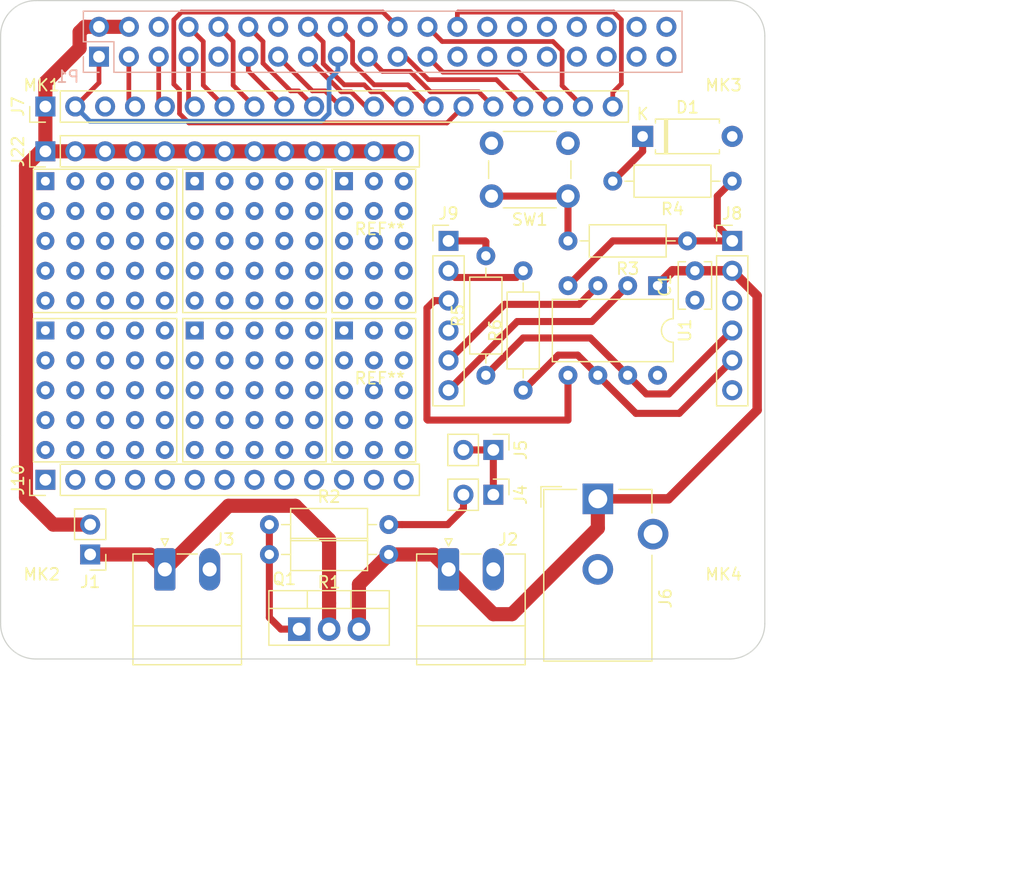
<source format=kicad_pcb>
(kicad_pcb (version 20171130) (host pcbnew 5.1.5+dfsg1-2~bpo10+1)

  (general
    (thickness 1.6)
    (drawings 26)
    (tracks 185)
    (zones 0)
    (modules 33)
    (nets 50)
  )

  (page A4)
  (title_block
    (title pipicproto)
    (date "15 nov 2012")
    (company "Bernhard Bablok, Lothar Hiller")
  )

  (layers
    (0 F.Cu signal)
    (31 B.Cu signal)
    (32 B.Adhes user)
    (33 F.Adhes user)
    (34 B.Paste user)
    (35 F.Paste user)
    (36 B.SilkS user)
    (37 F.SilkS user)
    (38 B.Mask user)
    (39 F.Mask user)
    (40 Dwgs.User user)
    (41 Cmts.User user)
    (42 Eco1.User user)
    (43 Eco2.User user)
    (44 Edge.Cuts user)
    (45 Margin user)
    (46 B.CrtYd user)
    (47 F.CrtYd user)
  )

  (setup
    (last_trace_width 0.8)
    (user_trace_width 0.4)
    (user_trace_width 0.6)
    (user_trace_width 0.8)
    (user_trace_width 1)
    (user_trace_width 1.2)
    (trace_clearance 0.2)
    (zone_clearance 0.508)
    (zone_45_only no)
    (trace_min 0.1524)
    (via_size 0.9)
    (via_drill 0.6)
    (via_min_size 0.8)
    (via_min_drill 0.5)
    (uvia_size 0.5)
    (uvia_drill 0.1)
    (uvias_allowed no)
    (uvia_min_size 0.5)
    (uvia_min_drill 0.1)
    (edge_width 0.1)
    (segment_width 0.1)
    (pcb_text_width 0.2)
    (pcb_text_size 1 1)
    (mod_edge_width 0.15)
    (mod_text_size 1 1)
    (mod_text_width 0.15)
    (pad_size 2.5 2.5)
    (pad_drill 2.5)
    (pad_to_mask_clearance 0)
    (aux_axis_origin 200 150)
    (grid_origin 200 150)
    (visible_elements 7FFFFFFF)
    (pcbplotparams
      (layerselection 0x00030_80000001)
      (usegerberextensions true)
      (usegerberattributes false)
      (usegerberadvancedattributes false)
      (creategerberjobfile false)
      (excludeedgelayer true)
      (linewidth 0.150000)
      (plotframeref false)
      (viasonmask false)
      (mode 1)
      (useauxorigin false)
      (hpglpennumber 1)
      (hpglpenspeed 20)
      (hpglpendiameter 15.000000)
      (psnegative false)
      (psa4output false)
      (plotreference true)
      (plotvalue true)
      (plotinvisibletext false)
      (padsonsilk false)
      (subtractmaskfromsilk false)
      (outputformat 1)
      (mirror false)
      (drillshape 1)
      (scaleselection 1)
      (outputdirectory ""))
  )

  (net 0 "")
  (net 1 +3V3)
  (net 2 +5V)
  (net 3 GND)
  (net 4 /ID_SD)
  (net 5 /ID_SC)
  (net 6 /GPIO5)
  (net 7 /GPIO6)
  (net 8 /GPIO26)
  (net 9 "/GPIO2(SDA1)")
  (net 10 "/GPIO3(SCL1)")
  (net 11 "/GPIO4(GCLK)")
  (net 12 "/GPIO14(TXD0)")
  (net 13 "/GPIO15(RXD0)")
  (net 14 "/GPIO17(GEN0)")
  (net 15 "/GPIO27(GEN2)")
  (net 16 "/GPIO22(GEN3)")
  (net 17 "/GPIO23(GEN4)")
  (net 18 "/GPIO24(GEN5)")
  (net 19 "/GPIO25(GEN6)")
  (net 20 "/GPIO18(GEN1)(PWM0)")
  (net 21 "/GPIO10(SPI0_MOSI)")
  (net 22 "/GPIO9(SPI0_MISO)")
  (net 23 "/GPIO11(SPI0_SCK)")
  (net 24 "/GPIO8(SPI0_CE_N)")
  (net 25 "/GPIO7(SPI1_CE_N)")
  (net 26 "/GPIO12(PWM0)")
  (net 27 "/GPIO13(PWM1)")
  (net 28 "/GPIO19(SPI1_MISO)")
  (net 29 /GPIO16)
  (net 30 "/GPIO20(SPI1_MOSI)")
  (net 31 "/GPIO21(SPI1_SCK)")
  (net 32 +5VP)
  (net 33 "Net-(D1-Pad1)")
  (net 34 "Net-(J1-Pad1)")
  (net 35 "Net-(J4-Pad2)")
  (net 36 "Net-(J4-Pad1)")
  (net 37 "Net-(J6-Pad3)")
  (net 38 "Net-(J8-Pad6)")
  (net 39 /CLK)
  (net 40 /DAT)
  (net 41 /MCLR)
  (net 42 /IO0)
  (net 43 /IO1)
  (net 44 /IO2)
  (net 45 "Net-(J9-Pad4)")
  (net 46 /IO4)
  (net 47 /IO5)
  (net 48 "Net-(Q1-Pad1)")
  (net 49 "Net-(R3-Pad2)")

  (net_class Default "This is the default net class."
    (clearance 0.2)
    (trace_width 0.2)
    (via_dia 0.9)
    (via_drill 0.6)
    (uvia_dia 0.5)
    (uvia_drill 0.1)
    (add_net +3V3)
    (add_net +5V)
    (add_net +5VP)
    (add_net /CLK)
    (add_net /DAT)
    (add_net "/GPIO10(SPI0_MOSI)")
    (add_net "/GPIO11(SPI0_SCK)")
    (add_net "/GPIO12(PWM0)")
    (add_net "/GPIO13(PWM1)")
    (add_net "/GPIO14(TXD0)")
    (add_net "/GPIO15(RXD0)")
    (add_net /GPIO16)
    (add_net "/GPIO17(GEN0)")
    (add_net "/GPIO18(GEN1)(PWM0)")
    (add_net "/GPIO19(SPI1_MISO)")
    (add_net "/GPIO2(SDA1)")
    (add_net "/GPIO20(SPI1_MOSI)")
    (add_net "/GPIO21(SPI1_SCK)")
    (add_net "/GPIO22(GEN3)")
    (add_net "/GPIO23(GEN4)")
    (add_net "/GPIO24(GEN5)")
    (add_net "/GPIO25(GEN6)")
    (add_net /GPIO26)
    (add_net "/GPIO27(GEN2)")
    (add_net "/GPIO3(SCL1)")
    (add_net "/GPIO4(GCLK)")
    (add_net /GPIO5)
    (add_net /GPIO6)
    (add_net "/GPIO7(SPI1_CE_N)")
    (add_net "/GPIO8(SPI0_CE_N)")
    (add_net "/GPIO9(SPI0_MISO)")
    (add_net /ID_SC)
    (add_net /ID_SD)
    (add_net /IO0)
    (add_net /IO1)
    (add_net /IO2)
    (add_net /IO4)
    (add_net /IO5)
    (add_net /MCLR)
    (add_net GND)
    (add_net "Net-(D1-Pad1)")
    (add_net "Net-(J1-Pad1)")
    (add_net "Net-(J4-Pad1)")
    (add_net "Net-(J4-Pad2)")
    (add_net "Net-(J6-Pad3)")
    (add_net "Net-(J8-Pad6)")
    (add_net "Net-(J9-Pad4)")
    (add_net "Net-(Q1-Pad1)")
    (add_net "Net-(R3-Pad2)")
  )

  (net_class Power ""
    (clearance 0.2)
    (trace_width 0.5)
    (via_dia 1)
    (via_drill 0.7)
    (uvia_dia 0.5)
    (uvia_drill 0.1)
  )

  (module myfootprint:Lora_3x5 (layer F.Cu) (tedit 5E42D278) (tstamp 5E4327D5)
    (at 231.75 119.52)
    (fp_text reference REF** (at 0.508 6.604) (layer F.SilkS)
      (effects (font (size 1 1) (thickness 0.15)))
    )
    (fp_text value Lora_3x5 (at 4.064 1.524) (layer F.Fab)
      (effects (font (size 1 1) (thickness 0.15)))
    )
    (fp_line (start -3.556 13.716) (end -3.556 1.524) (layer F.SilkS) (width 0.12))
    (fp_line (start 3.556 13.716) (end -3.556 13.716) (layer F.SilkS) (width 0.12))
    (fp_line (start 3.556 1.524) (end 3.556 13.716) (layer F.SilkS) (width 0.12))
    (fp_line (start -3.556 1.524) (end 3.556 1.524) (layer F.SilkS) (width 0.12))
    (pad 15 thru_hole circle (at 2.54 12.7) (size 1.524 1.524) (drill 0.762) (layers *.Cu *.Mask))
    (pad 14 thru_hole circle (at 0 12.7) (size 1.524 1.524) (drill 0.762) (layers *.Cu *.Mask))
    (pad 13 thru_hole circle (at -2.54 12.7) (size 1.524 1.524) (drill 0.762) (layers *.Cu *.Mask))
    (pad 12 thru_hole circle (at 2.54 10.16) (size 1.524 1.524) (drill 0.762) (layers *.Cu *.Mask))
    (pad 11 thru_hole circle (at 0 10.16) (size 1.524 1.524) (drill 0.762) (layers *.Cu *.Mask))
    (pad 10 thru_hole circle (at -2.54 10.16) (size 1.524 1.524) (drill 0.762) (layers *.Cu *.Mask))
    (pad 9 thru_hole circle (at 2.54 7.62) (size 1.524 1.524) (drill 0.762) (layers *.Cu *.Mask))
    (pad 8 thru_hole circle (at 0 7.62) (size 1.524 1.524) (drill 0.762) (layers *.Cu *.Mask))
    (pad 7 thru_hole circle (at -2.54 7.62) (size 1.524 1.524) (drill 0.762) (layers *.Cu *.Mask))
    (pad 6 thru_hole circle (at 2.54 5.08) (size 1.524 1.524) (drill 0.762) (layers *.Cu *.Mask))
    (pad 5 thru_hole circle (at 0 5.08) (size 1.524 1.524) (drill 0.762) (layers *.Cu *.Mask))
    (pad 4 thru_hole circle (at -2.54 5.08) (size 1.524 1.524) (drill 0.762) (layers *.Cu *.Mask))
    (pad 3 thru_hole circle (at 2.54 2.54) (size 1.524 1.524) (drill 0.762) (layers *.Cu *.Mask))
    (pad 2 thru_hole circle (at 0 2.54) (size 1.524 1.524) (drill 0.762) (layers *.Cu *.Mask))
    (pad 1 thru_hole rect (at -2.54 2.54) (size 1.524 1.524) (drill 0.762) (layers *.Cu *.Mask))
  )

  (module myfootprint:Lora_3x5 (layer F.Cu) (tedit 5E42D278) (tstamp 5E432670)
    (at 231.75 106.82)
    (fp_text reference REF** (at 0.508 6.604) (layer F.SilkS)
      (effects (font (size 1 1) (thickness 0.15)))
    )
    (fp_text value Lora_3x5 (at 4.064 1.524) (layer F.Fab)
      (effects (font (size 1 1) (thickness 0.15)))
    )
    (fp_line (start -3.556 13.716) (end -3.556 1.524) (layer F.SilkS) (width 0.12))
    (fp_line (start 3.556 13.716) (end -3.556 13.716) (layer F.SilkS) (width 0.12))
    (fp_line (start 3.556 1.524) (end 3.556 13.716) (layer F.SilkS) (width 0.12))
    (fp_line (start -3.556 1.524) (end 3.556 1.524) (layer F.SilkS) (width 0.12))
    (pad 15 thru_hole circle (at 2.54 12.7) (size 1.524 1.524) (drill 0.762) (layers *.Cu *.Mask))
    (pad 14 thru_hole circle (at 0 12.7) (size 1.524 1.524) (drill 0.762) (layers *.Cu *.Mask))
    (pad 13 thru_hole circle (at -2.54 12.7) (size 1.524 1.524) (drill 0.762) (layers *.Cu *.Mask))
    (pad 12 thru_hole circle (at 2.54 10.16) (size 1.524 1.524) (drill 0.762) (layers *.Cu *.Mask))
    (pad 11 thru_hole circle (at 0 10.16) (size 1.524 1.524) (drill 0.762) (layers *.Cu *.Mask))
    (pad 10 thru_hole circle (at -2.54 10.16) (size 1.524 1.524) (drill 0.762) (layers *.Cu *.Mask))
    (pad 9 thru_hole circle (at 2.54 7.62) (size 1.524 1.524) (drill 0.762) (layers *.Cu *.Mask))
    (pad 8 thru_hole circle (at 0 7.62) (size 1.524 1.524) (drill 0.762) (layers *.Cu *.Mask))
    (pad 7 thru_hole circle (at -2.54 7.62) (size 1.524 1.524) (drill 0.762) (layers *.Cu *.Mask))
    (pad 6 thru_hole circle (at 2.54 5.08) (size 1.524 1.524) (drill 0.762) (layers *.Cu *.Mask))
    (pad 5 thru_hole circle (at 0 5.08) (size 1.524 1.524) (drill 0.762) (layers *.Cu *.Mask))
    (pad 4 thru_hole circle (at -2.54 5.08) (size 1.524 1.524) (drill 0.762) (layers *.Cu *.Mask))
    (pad 3 thru_hole circle (at 2.54 2.54) (size 1.524 1.524) (drill 0.762) (layers *.Cu *.Mask))
    (pad 2 thru_hole circle (at 0 2.54) (size 1.524 1.524) (drill 0.762) (layers *.Cu *.Mask))
    (pad 1 thru_hole rect (at -2.54 2.54) (size 1.524 1.524) (drill 0.762) (layers *.Cu *.Mask))
  )

  (module myfootprint:Lora_5x5 (layer F.Cu) (tedit 5E41B4E3) (tstamp 5E422511)
    (at 221.59 119.52)
    (fp_text reference REF** (at 0 6.35) (layer F.SilkS) hide
      (effects (font (size 1 1) (thickness 0.15)))
    )
    (fp_text value Lora_5x5 (at 0 -0.5) (layer F.Fab)
      (effects (font (size 1 1) (thickness 0.15)))
    )
    (fp_line (start -6.096 13.716) (end -6.096 1.524) (layer F.SilkS) (width 0.12))
    (fp_line (start 6.096 13.716) (end -6.096 13.716) (layer F.SilkS) (width 0.12))
    (fp_line (start 6.096 1.524) (end 6.096 13.716) (layer F.SilkS) (width 0.12))
    (fp_line (start -6.096 1.524) (end 6.096 1.524) (layer F.SilkS) (width 0.12))
    (pad 25 thru_hole circle (at 5.08 12.7) (size 1.524 1.524) (drill 0.762) (layers *.Cu *.Mask))
    (pad 24 thru_hole circle (at 2.54 12.7) (size 1.524 1.524) (drill 0.762) (layers *.Cu *.Mask))
    (pad 23 thru_hole circle (at 0 12.7) (size 1.524 1.524) (drill 0.762) (layers *.Cu *.Mask))
    (pad 22 thru_hole circle (at -2.54 12.7) (size 1.524 1.524) (drill 0.762) (layers *.Cu *.Mask))
    (pad 21 thru_hole circle (at -5.08 12.7) (size 1.524 1.524) (drill 0.762) (layers *.Cu *.Mask))
    (pad 20 thru_hole circle (at 5.08 10.16) (size 1.524 1.524) (drill 0.762) (layers *.Cu *.Mask))
    (pad 19 thru_hole circle (at 2.54 10.16) (size 1.524 1.524) (drill 0.762) (layers *.Cu *.Mask))
    (pad 18 thru_hole circle (at 0 10.16) (size 1.524 1.524) (drill 0.762) (layers *.Cu *.Mask))
    (pad 17 thru_hole circle (at -2.54 10.16) (size 1.524 1.524) (drill 0.762) (layers *.Cu *.Mask))
    (pad 16 thru_hole circle (at -5.08 10.16) (size 1.524 1.524) (drill 0.762) (layers *.Cu *.Mask))
    (pad 15 thru_hole circle (at 5.08 7.62) (size 1.524 1.524) (drill 0.762) (layers *.Cu *.Mask))
    (pad 14 thru_hole circle (at 2.54 7.62) (size 1.524 1.524) (drill 0.762) (layers *.Cu *.Mask))
    (pad 13 thru_hole circle (at 0 7.62) (size 1.524 1.524) (drill 0.762) (layers *.Cu *.Mask))
    (pad 12 thru_hole circle (at -2.54 7.62) (size 1.524 1.524) (drill 0.762) (layers *.Cu *.Mask))
    (pad 11 thru_hole circle (at -5.08 7.62) (size 1.524 1.524) (drill 0.762) (layers *.Cu *.Mask))
    (pad 10 thru_hole circle (at 5.08 5.08) (size 1.524 1.524) (drill 0.762) (layers *.Cu *.Mask))
    (pad 9 thru_hole circle (at 2.54 5.08) (size 1.524 1.524) (drill 0.762) (layers *.Cu *.Mask))
    (pad 8 thru_hole circle (at 0 5.08) (size 1.524 1.524) (drill 0.762) (layers *.Cu *.Mask))
    (pad 7 thru_hole circle (at -2.54 5.08) (size 1.524 1.524) (drill 0.762) (layers *.Cu *.Mask))
    (pad 6 thru_hole circle (at -5.08 5.08) (size 1.524 1.524) (drill 0.762) (layers *.Cu *.Mask))
    (pad 5 thru_hole circle (at 5.08 2.54) (size 1.524 1.524) (drill 0.762) (layers *.Cu *.Mask))
    (pad 4 thru_hole circle (at 2.54 2.54) (size 1.524 1.524) (drill 0.762) (layers *.Cu *.Mask))
    (pad 3 thru_hole circle (at 0 2.54) (size 1.524 1.524) (drill 0.762) (layers *.Cu *.Mask))
    (pad 2 thru_hole circle (at -2.54 2.54) (size 1.524 1.524) (drill 0.762) (layers *.Cu *.Mask))
    (pad 1 thru_hole rect (at -5.08 2.54) (size 1.524 1.524) (drill 0.762) (layers *.Cu *.Mask))
  )

  (module myfootprint:Lora_5x5 (layer F.Cu) (tedit 5E41B4E3) (tstamp 5E4224AF)
    (at 208.89 119.52)
    (fp_text reference REF** (at 0 6.35) (layer F.SilkS) hide
      (effects (font (size 1 1) (thickness 0.15)))
    )
    (fp_text value Lora_5x5 (at 0 -0.5) (layer F.Fab)
      (effects (font (size 1 1) (thickness 0.15)))
    )
    (fp_line (start -6.096 13.716) (end -6.096 1.524) (layer F.SilkS) (width 0.12))
    (fp_line (start 6.096 13.716) (end -6.096 13.716) (layer F.SilkS) (width 0.12))
    (fp_line (start 6.096 1.524) (end 6.096 13.716) (layer F.SilkS) (width 0.12))
    (fp_line (start -6.096 1.524) (end 6.096 1.524) (layer F.SilkS) (width 0.12))
    (pad 25 thru_hole circle (at 5.08 12.7) (size 1.524 1.524) (drill 0.762) (layers *.Cu *.Mask))
    (pad 24 thru_hole circle (at 2.54 12.7) (size 1.524 1.524) (drill 0.762) (layers *.Cu *.Mask))
    (pad 23 thru_hole circle (at 0 12.7) (size 1.524 1.524) (drill 0.762) (layers *.Cu *.Mask))
    (pad 22 thru_hole circle (at -2.54 12.7) (size 1.524 1.524) (drill 0.762) (layers *.Cu *.Mask))
    (pad 21 thru_hole circle (at -5.08 12.7) (size 1.524 1.524) (drill 0.762) (layers *.Cu *.Mask))
    (pad 20 thru_hole circle (at 5.08 10.16) (size 1.524 1.524) (drill 0.762) (layers *.Cu *.Mask))
    (pad 19 thru_hole circle (at 2.54 10.16) (size 1.524 1.524) (drill 0.762) (layers *.Cu *.Mask))
    (pad 18 thru_hole circle (at 0 10.16) (size 1.524 1.524) (drill 0.762) (layers *.Cu *.Mask))
    (pad 17 thru_hole circle (at -2.54 10.16) (size 1.524 1.524) (drill 0.762) (layers *.Cu *.Mask))
    (pad 16 thru_hole circle (at -5.08 10.16) (size 1.524 1.524) (drill 0.762) (layers *.Cu *.Mask))
    (pad 15 thru_hole circle (at 5.08 7.62) (size 1.524 1.524) (drill 0.762) (layers *.Cu *.Mask))
    (pad 14 thru_hole circle (at 2.54 7.62) (size 1.524 1.524) (drill 0.762) (layers *.Cu *.Mask))
    (pad 13 thru_hole circle (at 0 7.62) (size 1.524 1.524) (drill 0.762) (layers *.Cu *.Mask))
    (pad 12 thru_hole circle (at -2.54 7.62) (size 1.524 1.524) (drill 0.762) (layers *.Cu *.Mask))
    (pad 11 thru_hole circle (at -5.08 7.62) (size 1.524 1.524) (drill 0.762) (layers *.Cu *.Mask))
    (pad 10 thru_hole circle (at 5.08 5.08) (size 1.524 1.524) (drill 0.762) (layers *.Cu *.Mask))
    (pad 9 thru_hole circle (at 2.54 5.08) (size 1.524 1.524) (drill 0.762) (layers *.Cu *.Mask))
    (pad 8 thru_hole circle (at 0 5.08) (size 1.524 1.524) (drill 0.762) (layers *.Cu *.Mask))
    (pad 7 thru_hole circle (at -2.54 5.08) (size 1.524 1.524) (drill 0.762) (layers *.Cu *.Mask))
    (pad 6 thru_hole circle (at -5.08 5.08) (size 1.524 1.524) (drill 0.762) (layers *.Cu *.Mask))
    (pad 5 thru_hole circle (at 5.08 2.54) (size 1.524 1.524) (drill 0.762) (layers *.Cu *.Mask))
    (pad 4 thru_hole circle (at 2.54 2.54) (size 1.524 1.524) (drill 0.762) (layers *.Cu *.Mask))
    (pad 3 thru_hole circle (at 0 2.54) (size 1.524 1.524) (drill 0.762) (layers *.Cu *.Mask))
    (pad 2 thru_hole circle (at -2.54 2.54) (size 1.524 1.524) (drill 0.762) (layers *.Cu *.Mask))
    (pad 1 thru_hole rect (at -5.08 2.54) (size 1.524 1.524) (drill 0.762) (layers *.Cu *.Mask))
  )

  (module myfootprint:Lora_5x5 (layer F.Cu) (tedit 5E41B4E3) (tstamp 5E42244D)
    (at 221.59 106.82)
    (fp_text reference REF** (at 0 6.35) (layer F.SilkS) hide
      (effects (font (size 1 1) (thickness 0.15)))
    )
    (fp_text value Lora_5x5 (at 0 -0.5) (layer F.Fab)
      (effects (font (size 1 1) (thickness 0.15)))
    )
    (fp_line (start -6.096 1.524) (end 6.096 1.524) (layer F.SilkS) (width 0.12))
    (fp_line (start 6.096 1.524) (end 6.096 13.716) (layer F.SilkS) (width 0.12))
    (fp_line (start 6.096 13.716) (end -6.096 13.716) (layer F.SilkS) (width 0.12))
    (fp_line (start -6.096 13.716) (end -6.096 1.524) (layer F.SilkS) (width 0.12))
    (pad 1 thru_hole rect (at -5.08 2.54) (size 1.524 1.524) (drill 0.762) (layers *.Cu *.Mask))
    (pad 2 thru_hole circle (at -2.54 2.54) (size 1.524 1.524) (drill 0.762) (layers *.Cu *.Mask))
    (pad 3 thru_hole circle (at 0 2.54) (size 1.524 1.524) (drill 0.762) (layers *.Cu *.Mask))
    (pad 4 thru_hole circle (at 2.54 2.54) (size 1.524 1.524) (drill 0.762) (layers *.Cu *.Mask))
    (pad 5 thru_hole circle (at 5.08 2.54) (size 1.524 1.524) (drill 0.762) (layers *.Cu *.Mask))
    (pad 6 thru_hole circle (at -5.08 5.08) (size 1.524 1.524) (drill 0.762) (layers *.Cu *.Mask))
    (pad 7 thru_hole circle (at -2.54 5.08) (size 1.524 1.524) (drill 0.762) (layers *.Cu *.Mask))
    (pad 8 thru_hole circle (at 0 5.08) (size 1.524 1.524) (drill 0.762) (layers *.Cu *.Mask))
    (pad 9 thru_hole circle (at 2.54 5.08) (size 1.524 1.524) (drill 0.762) (layers *.Cu *.Mask))
    (pad 10 thru_hole circle (at 5.08 5.08) (size 1.524 1.524) (drill 0.762) (layers *.Cu *.Mask))
    (pad 11 thru_hole circle (at -5.08 7.62) (size 1.524 1.524) (drill 0.762) (layers *.Cu *.Mask))
    (pad 12 thru_hole circle (at -2.54 7.62) (size 1.524 1.524) (drill 0.762) (layers *.Cu *.Mask))
    (pad 13 thru_hole circle (at 0 7.62) (size 1.524 1.524) (drill 0.762) (layers *.Cu *.Mask))
    (pad 14 thru_hole circle (at 2.54 7.62) (size 1.524 1.524) (drill 0.762) (layers *.Cu *.Mask))
    (pad 15 thru_hole circle (at 5.08 7.62) (size 1.524 1.524) (drill 0.762) (layers *.Cu *.Mask))
    (pad 16 thru_hole circle (at -5.08 10.16) (size 1.524 1.524) (drill 0.762) (layers *.Cu *.Mask))
    (pad 17 thru_hole circle (at -2.54 10.16) (size 1.524 1.524) (drill 0.762) (layers *.Cu *.Mask))
    (pad 18 thru_hole circle (at 0 10.16) (size 1.524 1.524) (drill 0.762) (layers *.Cu *.Mask))
    (pad 19 thru_hole circle (at 2.54 10.16) (size 1.524 1.524) (drill 0.762) (layers *.Cu *.Mask))
    (pad 20 thru_hole circle (at 5.08 10.16) (size 1.524 1.524) (drill 0.762) (layers *.Cu *.Mask))
    (pad 21 thru_hole circle (at -5.08 12.7) (size 1.524 1.524) (drill 0.762) (layers *.Cu *.Mask))
    (pad 22 thru_hole circle (at -2.54 12.7) (size 1.524 1.524) (drill 0.762) (layers *.Cu *.Mask))
    (pad 23 thru_hole circle (at 0 12.7) (size 1.524 1.524) (drill 0.762) (layers *.Cu *.Mask))
    (pad 24 thru_hole circle (at 2.54 12.7) (size 1.524 1.524) (drill 0.762) (layers *.Cu *.Mask))
    (pad 25 thru_hole circle (at 5.08 12.7) (size 1.524 1.524) (drill 0.762) (layers *.Cu *.Mask))
  )

  (module myfootprint:Lora_5x5 (layer F.Cu) (tedit 5E41B4E3) (tstamp 5E4223EA)
    (at 208.89 106.82)
    (fp_text reference REF** (at 0 6.35) (layer F.SilkS) hide
      (effects (font (size 1 1) (thickness 0.15)))
    )
    (fp_text value Lora_5x5 (at 0 -0.5) (layer F.Fab)
      (effects (font (size 1 1) (thickness 0.15)))
    )
    (fp_line (start -6.096 13.716) (end -6.096 1.524) (layer F.SilkS) (width 0.12))
    (fp_line (start 6.096 13.716) (end -6.096 13.716) (layer F.SilkS) (width 0.12))
    (fp_line (start 6.096 1.524) (end 6.096 13.716) (layer F.SilkS) (width 0.12))
    (fp_line (start -6.096 1.524) (end 6.096 1.524) (layer F.SilkS) (width 0.12))
    (pad 25 thru_hole circle (at 5.08 12.7) (size 1.524 1.524) (drill 0.762) (layers *.Cu *.Mask))
    (pad 24 thru_hole circle (at 2.54 12.7) (size 1.524 1.524) (drill 0.762) (layers *.Cu *.Mask))
    (pad 23 thru_hole circle (at 0 12.7) (size 1.524 1.524) (drill 0.762) (layers *.Cu *.Mask))
    (pad 22 thru_hole circle (at -2.54 12.7) (size 1.524 1.524) (drill 0.762) (layers *.Cu *.Mask))
    (pad 21 thru_hole circle (at -5.08 12.7) (size 1.524 1.524) (drill 0.762) (layers *.Cu *.Mask))
    (pad 20 thru_hole circle (at 5.08 10.16) (size 1.524 1.524) (drill 0.762) (layers *.Cu *.Mask))
    (pad 19 thru_hole circle (at 2.54 10.16) (size 1.524 1.524) (drill 0.762) (layers *.Cu *.Mask))
    (pad 18 thru_hole circle (at 0 10.16) (size 1.524 1.524) (drill 0.762) (layers *.Cu *.Mask))
    (pad 17 thru_hole circle (at -2.54 10.16) (size 1.524 1.524) (drill 0.762) (layers *.Cu *.Mask))
    (pad 16 thru_hole circle (at -5.08 10.16) (size 1.524 1.524) (drill 0.762) (layers *.Cu *.Mask))
    (pad 15 thru_hole circle (at 5.08 7.62) (size 1.524 1.524) (drill 0.762) (layers *.Cu *.Mask))
    (pad 14 thru_hole circle (at 2.54 7.62) (size 1.524 1.524) (drill 0.762) (layers *.Cu *.Mask))
    (pad 13 thru_hole circle (at 0 7.62) (size 1.524 1.524) (drill 0.762) (layers *.Cu *.Mask))
    (pad 12 thru_hole circle (at -2.54 7.62) (size 1.524 1.524) (drill 0.762) (layers *.Cu *.Mask))
    (pad 11 thru_hole circle (at -5.08 7.62) (size 1.524 1.524) (drill 0.762) (layers *.Cu *.Mask))
    (pad 10 thru_hole circle (at 5.08 5.08) (size 1.524 1.524) (drill 0.762) (layers *.Cu *.Mask))
    (pad 9 thru_hole circle (at 2.54 5.08) (size 1.524 1.524) (drill 0.762) (layers *.Cu *.Mask))
    (pad 8 thru_hole circle (at 0 5.08) (size 1.524 1.524) (drill 0.762) (layers *.Cu *.Mask))
    (pad 7 thru_hole circle (at -2.54 5.08) (size 1.524 1.524) (drill 0.762) (layers *.Cu *.Mask))
    (pad 6 thru_hole circle (at -5.08 5.08) (size 1.524 1.524) (drill 0.762) (layers *.Cu *.Mask))
    (pad 5 thru_hole circle (at 5.08 2.54) (size 1.524 1.524) (drill 0.762) (layers *.Cu *.Mask))
    (pad 4 thru_hole circle (at 2.54 2.54) (size 1.524 1.524) (drill 0.762) (layers *.Cu *.Mask))
    (pad 3 thru_hole circle (at 0 2.54) (size 1.524 1.524) (drill 0.762) (layers *.Cu *.Mask))
    (pad 2 thru_hole circle (at -2.54 2.54) (size 1.524 1.524) (drill 0.762) (layers *.Cu *.Mask))
    (pad 1 thru_hole rect (at -5.08 2.54) (size 1.524 1.524) (drill 0.762) (layers *.Cu *.Mask))
  )

  (module Connector_PinSocket_2.54mm:PinSocket_2x20_P2.54mm_Vertical (layer B.Cu) (tedit 5A19A433) (tstamp 5A793E9F)
    (at 208.37 98.77 270)
    (descr "Through hole straight socket strip, 2x20, 2.54mm pitch, double cols (from Kicad 4.0.7), script generated")
    (tags "Through hole socket strip THT 2x20 2.54mm double row")
    (path /59AD464A)
    (fp_text reference P1 (at 1.7 2.655) (layer B.SilkS)
      (effects (font (size 1 1) (thickness 0.15)) (justify mirror))
    )
    (fp_text value Conn_02x20_Odd_Even (at -1.27 -51.03 270) (layer B.Fab)
      (effects (font (size 1 1) (thickness 0.15)) (justify mirror))
    )
    (fp_line (start -3.81 1.27) (end 0.27 1.27) (layer B.Fab) (width 0.1))
    (fp_line (start 0.27 1.27) (end 1.27 0.27) (layer B.Fab) (width 0.1))
    (fp_line (start 1.27 0.27) (end 1.27 -49.53) (layer B.Fab) (width 0.1))
    (fp_line (start 1.27 -49.53) (end -3.81 -49.53) (layer B.Fab) (width 0.1))
    (fp_line (start -3.81 -49.53) (end -3.81 1.27) (layer B.Fab) (width 0.1))
    (fp_line (start -3.87 1.33) (end -1.27 1.33) (layer B.SilkS) (width 0.12))
    (fp_line (start -3.87 1.33) (end -3.87 -49.59) (layer B.SilkS) (width 0.12))
    (fp_line (start -3.87 -49.59) (end 1.33 -49.59) (layer B.SilkS) (width 0.12))
    (fp_line (start 1.33 -1.27) (end 1.33 -49.59) (layer B.SilkS) (width 0.12))
    (fp_line (start -1.27 -1.27) (end 1.33 -1.27) (layer B.SilkS) (width 0.12))
    (fp_line (start -1.27 1.33) (end -1.27 -1.27) (layer B.SilkS) (width 0.12))
    (fp_line (start 1.33 1.33) (end 1.33 0) (layer B.SilkS) (width 0.12))
    (fp_line (start 0 1.33) (end 1.33 1.33) (layer B.SilkS) (width 0.12))
    (fp_line (start -4.34 1.8) (end 1.76 1.8) (layer B.CrtYd) (width 0.05))
    (fp_line (start 1.76 1.8) (end 1.76 -50) (layer B.CrtYd) (width 0.05))
    (fp_line (start 1.76 -50) (end -4.34 -50) (layer B.CrtYd) (width 0.05))
    (fp_line (start -4.34 -50) (end -4.34 1.8) (layer B.CrtYd) (width 0.05))
    (fp_text user %R (at -1.27 -24.13 180) (layer B.Fab)
      (effects (font (size 1 1) (thickness 0.15)) (justify mirror))
    )
    (pad 1 thru_hole rect (at 0 0 270) (size 1.7 1.7) (drill 1) (layers *.Cu *.Mask)
      (net 1 +3V3))
    (pad 2 thru_hole oval (at -2.54 0 270) (size 1.7 1.7) (drill 1) (layers *.Cu *.Mask)
      (net 2 +5V))
    (pad 3 thru_hole oval (at 0 -2.54 270) (size 1.7 1.7) (drill 1) (layers *.Cu *.Mask)
      (net 9 "/GPIO2(SDA1)"))
    (pad 4 thru_hole oval (at -2.54 -2.54 270) (size 1.7 1.7) (drill 1) (layers *.Cu *.Mask)
      (net 2 +5V))
    (pad 5 thru_hole oval (at 0 -5.08 270) (size 1.7 1.7) (drill 1) (layers *.Cu *.Mask)
      (net 10 "/GPIO3(SCL1)"))
    (pad 6 thru_hole oval (at -2.54 -5.08 270) (size 1.7 1.7) (drill 1) (layers *.Cu *.Mask)
      (net 3 GND))
    (pad 7 thru_hole oval (at 0 -7.62 270) (size 1.7 1.7) (drill 1) (layers *.Cu *.Mask)
      (net 11 "/GPIO4(GCLK)"))
    (pad 8 thru_hole oval (at -2.54 -7.62 270) (size 1.7 1.7) (drill 1) (layers *.Cu *.Mask)
      (net 12 "/GPIO14(TXD0)"))
    (pad 9 thru_hole oval (at 0 -10.16 270) (size 1.7 1.7) (drill 1) (layers *.Cu *.Mask)
      (net 3 GND))
    (pad 10 thru_hole oval (at -2.54 -10.16 270) (size 1.7 1.7) (drill 1) (layers *.Cu *.Mask)
      (net 13 "/GPIO15(RXD0)"))
    (pad 11 thru_hole oval (at 0 -12.7 270) (size 1.7 1.7) (drill 1) (layers *.Cu *.Mask)
      (net 14 "/GPIO17(GEN0)"))
    (pad 12 thru_hole oval (at -2.54 -12.7 270) (size 1.7 1.7) (drill 1) (layers *.Cu *.Mask)
      (net 20 "/GPIO18(GEN1)(PWM0)"))
    (pad 13 thru_hole oval (at 0 -15.24 270) (size 1.7 1.7) (drill 1) (layers *.Cu *.Mask)
      (net 15 "/GPIO27(GEN2)"))
    (pad 14 thru_hole oval (at -2.54 -15.24 270) (size 1.7 1.7) (drill 1) (layers *.Cu *.Mask)
      (net 3 GND))
    (pad 15 thru_hole oval (at 0 -17.78 270) (size 1.7 1.7) (drill 1) (layers *.Cu *.Mask)
      (net 16 "/GPIO22(GEN3)"))
    (pad 16 thru_hole oval (at -2.54 -17.78 270) (size 1.7 1.7) (drill 1) (layers *.Cu *.Mask)
      (net 17 "/GPIO23(GEN4)"))
    (pad 17 thru_hole oval (at 0 -20.32 270) (size 1.7 1.7) (drill 1) (layers *.Cu *.Mask)
      (net 1 +3V3))
    (pad 18 thru_hole oval (at -2.54 -20.32 270) (size 1.7 1.7) (drill 1) (layers *.Cu *.Mask)
      (net 18 "/GPIO24(GEN5)"))
    (pad 19 thru_hole oval (at 0 -22.86 270) (size 1.7 1.7) (drill 1) (layers *.Cu *.Mask)
      (net 21 "/GPIO10(SPI0_MOSI)"))
    (pad 20 thru_hole oval (at -2.54 -22.86 270) (size 1.7 1.7) (drill 1) (layers *.Cu *.Mask)
      (net 3 GND))
    (pad 21 thru_hole oval (at 0 -25.4 270) (size 1.7 1.7) (drill 1) (layers *.Cu *.Mask)
      (net 22 "/GPIO9(SPI0_MISO)"))
    (pad 22 thru_hole oval (at -2.54 -25.4 270) (size 1.7 1.7) (drill 1) (layers *.Cu *.Mask)
      (net 19 "/GPIO25(GEN6)"))
    (pad 23 thru_hole oval (at 0 -27.94 270) (size 1.7 1.7) (drill 1) (layers *.Cu *.Mask)
      (net 23 "/GPIO11(SPI0_SCK)"))
    (pad 24 thru_hole oval (at -2.54 -27.94 270) (size 1.7 1.7) (drill 1) (layers *.Cu *.Mask)
      (net 24 "/GPIO8(SPI0_CE_N)"))
    (pad 25 thru_hole oval (at 0 -30.48 270) (size 1.7 1.7) (drill 1) (layers *.Cu *.Mask)
      (net 3 GND))
    (pad 26 thru_hole oval (at -2.54 -30.48 270) (size 1.7 1.7) (drill 1) (layers *.Cu *.Mask)
      (net 25 "/GPIO7(SPI1_CE_N)"))
    (pad 27 thru_hole oval (at 0 -33.02 270) (size 1.7 1.7) (drill 1) (layers *.Cu *.Mask)
      (net 4 /ID_SD))
    (pad 28 thru_hole oval (at -2.54 -33.02 270) (size 1.7 1.7) (drill 1) (layers *.Cu *.Mask)
      (net 5 /ID_SC))
    (pad 29 thru_hole oval (at 0 -35.56 270) (size 1.7 1.7) (drill 1) (layers *.Cu *.Mask)
      (net 6 /GPIO5))
    (pad 30 thru_hole oval (at -2.54 -35.56 270) (size 1.7 1.7) (drill 1) (layers *.Cu *.Mask)
      (net 3 GND))
    (pad 31 thru_hole oval (at 0 -38.1 270) (size 1.7 1.7) (drill 1) (layers *.Cu *.Mask)
      (net 7 /GPIO6))
    (pad 32 thru_hole oval (at -2.54 -38.1 270) (size 1.7 1.7) (drill 1) (layers *.Cu *.Mask)
      (net 26 "/GPIO12(PWM0)"))
    (pad 33 thru_hole oval (at 0 -40.64 270) (size 1.7 1.7) (drill 1) (layers *.Cu *.Mask)
      (net 27 "/GPIO13(PWM1)"))
    (pad 34 thru_hole oval (at -2.54 -40.64 270) (size 1.7 1.7) (drill 1) (layers *.Cu *.Mask)
      (net 3 GND))
    (pad 35 thru_hole oval (at 0 -43.18 270) (size 1.7 1.7) (drill 1) (layers *.Cu *.Mask)
      (net 28 "/GPIO19(SPI1_MISO)"))
    (pad 36 thru_hole oval (at -2.54 -43.18 270) (size 1.7 1.7) (drill 1) (layers *.Cu *.Mask)
      (net 29 /GPIO16))
    (pad 37 thru_hole oval (at 0 -45.72 270) (size 1.7 1.7) (drill 1) (layers *.Cu *.Mask)
      (net 8 /GPIO26))
    (pad 38 thru_hole oval (at -2.54 -45.72 270) (size 1.7 1.7) (drill 1) (layers *.Cu *.Mask)
      (net 30 "/GPIO20(SPI1_MOSI)"))
    (pad 39 thru_hole oval (at 0 -48.26 270) (size 1.7 1.7) (drill 1) (layers *.Cu *.Mask)
      (net 3 GND))
    (pad 40 thru_hole oval (at -2.54 -48.26 270) (size 1.7 1.7) (drill 1) (layers *.Cu *.Mask)
      (net 31 "/GPIO21(SPI1_SCK)"))
    (model ${KISYS3DMOD}/Connector_PinSocket_2.54mm.3dshapes/PinSocket_2x20_P2.54mm_Vertical.wrl
      (at (xyz 0 0 0))
      (scale (xyz 1 1 1))
      (rotate (xyz 0 0 0))
    )
  )

  (module MountingHole:MountingHole_2.7mm_M2.5 (layer F.Cu) (tedit 56D1B4CB) (tstamp 5A793E98)
    (at 261.5 146.5)
    (descr "Mounting Hole 2.7mm, no annular, M2.5")
    (tags "mounting hole 2.7mm no annular m2.5")
    (path /5834FC4F)
    (attr virtual)
    (fp_text reference MK4 (at 0 -3.7) (layer F.SilkS)
      (effects (font (size 1 1) (thickness 0.15)))
    )
    (fp_text value M2.5 (at 0 3.7) (layer F.Fab)
      (effects (font (size 1 1) (thickness 0.15)))
    )
    (fp_circle (center 0 0) (end 2.95 0) (layer F.CrtYd) (width 0.05))
    (fp_circle (center 0 0) (end 2.7 0) (layer Cmts.User) (width 0.15))
    (fp_text user %R (at 0.3 0) (layer F.Fab)
      (effects (font (size 1 1) (thickness 0.15)))
    )
    (pad 1 np_thru_hole circle (at 0 0) (size 2.7 2.7) (drill 2.7) (layers *.Cu *.Mask))
  )

  (module MountingHole:MountingHole_2.7mm_M2.5 (layer F.Cu) (tedit 56D1B4CB) (tstamp 5A793E91)
    (at 203.5 146.5)
    (descr "Mounting Hole 2.7mm, no annular, M2.5")
    (tags "mounting hole 2.7mm no annular m2.5")
    (path /5834FBEF)
    (attr virtual)
    (fp_text reference MK2 (at 0 -3.7) (layer F.SilkS)
      (effects (font (size 1 1) (thickness 0.15)))
    )
    (fp_text value M2.5 (at 0 3.7) (layer F.Fab)
      (effects (font (size 1 1) (thickness 0.15)))
    )
    (fp_text user %R (at 0.3 0) (layer F.Fab)
      (effects (font (size 1 1) (thickness 0.15)))
    )
    (fp_circle (center 0 0) (end 2.7 0) (layer Cmts.User) (width 0.15))
    (fp_circle (center 0 0) (end 2.95 0) (layer F.CrtYd) (width 0.05))
    (pad 1 np_thru_hole circle (at 0 0) (size 2.7 2.7) (drill 2.7) (layers *.Cu *.Mask))
  )

  (module MountingHole:MountingHole_2.7mm_M2.5 (layer F.Cu) (tedit 56D1B4CB) (tstamp 5A793E8A)
    (at 261.5 97.5 180)
    (descr "Mounting Hole 2.7mm, no annular, M2.5")
    (tags "mounting hole 2.7mm no annular m2.5")
    (path /5834FC19)
    (attr virtual)
    (fp_text reference MK3 (at 0 -3.7 180) (layer F.SilkS)
      (effects (font (size 1 1) (thickness 0.15)))
    )
    (fp_text value M2.5 (at 0 3.7 180) (layer F.Fab)
      (effects (font (size 1 1) (thickness 0.15)))
    )
    (fp_circle (center 0 0) (end 2.95 0) (layer F.CrtYd) (width 0.05))
    (fp_circle (center 0 0) (end 2.7 0) (layer Cmts.User) (width 0.15))
    (fp_text user %R (at 0.3 0 180) (layer F.Fab)
      (effects (font (size 1 1) (thickness 0.15)))
    )
    (pad 1 np_thru_hole circle (at 0 0 180) (size 2.7 2.7) (drill 2.7) (layers *.Cu *.Mask))
  )

  (module MountingHole:MountingHole_2.7mm_M2.5 (layer F.Cu) (tedit 56D1B4CB) (tstamp 5A793E83)
    (at 203.5 97.5 180)
    (descr "Mounting Hole 2.7mm, no annular, M2.5")
    (tags "mounting hole 2.7mm no annular m2.5")
    (path /5834FB2E)
    (attr virtual)
    (fp_text reference MK1 (at 0 -3.7 180) (layer F.SilkS)
      (effects (font (size 1 1) (thickness 0.15)))
    )
    (fp_text value M2.5 (at 0 3.7 180) (layer F.Fab)
      (effects (font (size 1 1) (thickness 0.15)))
    )
    (fp_text user %R (at 0.3 0 180) (layer F.Fab)
      (effects (font (size 1 1) (thickness 0.15)))
    )
    (fp_circle (center 0 0) (end 2.7 0) (layer Cmts.User) (width 0.15))
    (fp_circle (center 0 0) (end 2.95 0) (layer F.CrtYd) (width 0.05))
    (pad 1 np_thru_hole circle (at 0 0 180) (size 2.7 2.7) (drill 2.7) (layers *.Cu *.Mask))
  )

  (module Capacitor_THT:C_Disc_D3.8mm_W2.6mm_P2.50mm (layer F.Cu) (tedit 5AE50EF0) (tstamp 5E41D784)
    (at 259.055 119.48 90)
    (descr "C, Disc series, Radial, pin pitch=2.50mm, , diameter*width=3.8*2.6mm^2, Capacitor, http://www.vishay.com/docs/45233/krseries.pdf")
    (tags "C Disc series Radial pin pitch 2.50mm  diameter 3.8mm width 2.6mm Capacitor")
    (path /5E36E6DD)
    (fp_text reference C1 (at 1.25 -2.55 90) (layer F.SilkS)
      (effects (font (size 1 1) (thickness 0.15)))
    )
    (fp_text value 100n (at 1.25 2.55 90) (layer F.Fab)
      (effects (font (size 1 1) (thickness 0.15)))
    )
    (fp_line (start -0.65 -1.3) (end -0.65 1.3) (layer F.Fab) (width 0.1))
    (fp_line (start -0.65 1.3) (end 3.15 1.3) (layer F.Fab) (width 0.1))
    (fp_line (start 3.15 1.3) (end 3.15 -1.3) (layer F.Fab) (width 0.1))
    (fp_line (start 3.15 -1.3) (end -0.65 -1.3) (layer F.Fab) (width 0.1))
    (fp_line (start -0.77 -1.42) (end 3.27 -1.42) (layer F.SilkS) (width 0.12))
    (fp_line (start -0.77 1.42) (end 3.27 1.42) (layer F.SilkS) (width 0.12))
    (fp_line (start -0.77 -1.42) (end -0.77 -0.795) (layer F.SilkS) (width 0.12))
    (fp_line (start -0.77 0.795) (end -0.77 1.42) (layer F.SilkS) (width 0.12))
    (fp_line (start 3.27 -1.42) (end 3.27 -0.795) (layer F.SilkS) (width 0.12))
    (fp_line (start 3.27 0.795) (end 3.27 1.42) (layer F.SilkS) (width 0.12))
    (fp_line (start -1.05 -1.55) (end -1.05 1.55) (layer F.CrtYd) (width 0.05))
    (fp_line (start -1.05 1.55) (end 3.55 1.55) (layer F.CrtYd) (width 0.05))
    (fp_line (start 3.55 1.55) (end 3.55 -1.55) (layer F.CrtYd) (width 0.05))
    (fp_line (start 3.55 -1.55) (end -1.05 -1.55) (layer F.CrtYd) (width 0.05))
    (fp_text user %R (at 1.25 0 90) (layer F.Fab)
      (effects (font (size 0.76 0.76) (thickness 0.114)))
    )
    (pad 1 thru_hole circle (at 0 0 90) (size 1.6 1.6) (drill 0.8) (layers *.Cu *.Mask)
      (net 3 GND))
    (pad 2 thru_hole circle (at 2.5 0 90) (size 1.6 1.6) (drill 0.8) (layers *.Cu *.Mask)
      (net 32 +5VP))
    (model ${KISYS3DMOD}/Capacitor_THT.3dshapes/C_Disc_D3.8mm_W2.6mm_P2.50mm.wrl
      (at (xyz 0 0 0))
      (scale (xyz 1 1 1))
      (rotate (xyz 0 0 0))
    )
  )

  (module Diode_THT:D_A-405_P7.62mm_Horizontal (layer F.Cu) (tedit 5AE50CD5) (tstamp 5E41D7A3)
    (at 254.61 105.55)
    (descr "Diode, A-405 series, Axial, Horizontal, pin pitch=7.62mm, , length*diameter=5.2*2.7mm^2, , http://www.diodes.com/_files/packages/A-405.pdf")
    (tags "Diode A-405 series Axial Horizontal pin pitch 7.62mm  length 5.2mm diameter 2.7mm")
    (path /5E304BE1)
    (fp_text reference D1 (at 3.81 -2.47) (layer F.SilkS)
      (effects (font (size 1 1) (thickness 0.15)))
    )
    (fp_text value D_Schottky (at 3.81 2.47) (layer F.Fab)
      (effects (font (size 1 1) (thickness 0.15)))
    )
    (fp_line (start 1.21 -1.35) (end 1.21 1.35) (layer F.Fab) (width 0.1))
    (fp_line (start 1.21 1.35) (end 6.41 1.35) (layer F.Fab) (width 0.1))
    (fp_line (start 6.41 1.35) (end 6.41 -1.35) (layer F.Fab) (width 0.1))
    (fp_line (start 6.41 -1.35) (end 1.21 -1.35) (layer F.Fab) (width 0.1))
    (fp_line (start 0 0) (end 1.21 0) (layer F.Fab) (width 0.1))
    (fp_line (start 7.62 0) (end 6.41 0) (layer F.Fab) (width 0.1))
    (fp_line (start 1.99 -1.35) (end 1.99 1.35) (layer F.Fab) (width 0.1))
    (fp_line (start 2.09 -1.35) (end 2.09 1.35) (layer F.Fab) (width 0.1))
    (fp_line (start 1.89 -1.35) (end 1.89 1.35) (layer F.Fab) (width 0.1))
    (fp_line (start 1.09 -1.14) (end 1.09 -1.47) (layer F.SilkS) (width 0.12))
    (fp_line (start 1.09 -1.47) (end 6.53 -1.47) (layer F.SilkS) (width 0.12))
    (fp_line (start 6.53 -1.47) (end 6.53 -1.14) (layer F.SilkS) (width 0.12))
    (fp_line (start 1.09 1.14) (end 1.09 1.47) (layer F.SilkS) (width 0.12))
    (fp_line (start 1.09 1.47) (end 6.53 1.47) (layer F.SilkS) (width 0.12))
    (fp_line (start 6.53 1.47) (end 6.53 1.14) (layer F.SilkS) (width 0.12))
    (fp_line (start 1.99 -1.47) (end 1.99 1.47) (layer F.SilkS) (width 0.12))
    (fp_line (start 2.11 -1.47) (end 2.11 1.47) (layer F.SilkS) (width 0.12))
    (fp_line (start 1.87 -1.47) (end 1.87 1.47) (layer F.SilkS) (width 0.12))
    (fp_line (start -1.15 -1.6) (end -1.15 1.6) (layer F.CrtYd) (width 0.05))
    (fp_line (start -1.15 1.6) (end 8.77 1.6) (layer F.CrtYd) (width 0.05))
    (fp_line (start 8.77 1.6) (end 8.77 -1.6) (layer F.CrtYd) (width 0.05))
    (fp_line (start 8.77 -1.6) (end -1.15 -1.6) (layer F.CrtYd) (width 0.05))
    (fp_text user %R (at 4.2 0) (layer F.Fab)
      (effects (font (size 1 1) (thickness 0.15)))
    )
    (fp_text user K (at 0 -1.9) (layer F.Fab)
      (effects (font (size 1 1) (thickness 0.15)))
    )
    (fp_text user K (at 0 -1.9) (layer F.SilkS)
      (effects (font (size 1 1) (thickness 0.15)))
    )
    (pad 1 thru_hole rect (at 0 0) (size 1.8 1.8) (drill 0.9) (layers *.Cu *.Mask)
      (net 33 "Net-(D1-Pad1)"))
    (pad 2 thru_hole oval (at 7.62 0) (size 1.8 1.8) (drill 0.9) (layers *.Cu *.Mask)
      (net 32 +5VP))
    (model ${KISYS3DMOD}/Diode_THT.3dshapes/D_A-405_P7.62mm_Horizontal.wrl
      (at (xyz 0 0 0))
      (scale (xyz 1 1 1))
      (rotate (xyz 0 0 0))
    )
  )

  (module Connector_PinHeader_2.54mm:PinHeader_1x02_P2.54mm_Vertical (layer F.Cu) (tedit 59FED5CC) (tstamp 5E41D7B9)
    (at 207.62 141.11 180)
    (descr "Through hole straight pin header, 1x02, 2.54mm pitch, single row")
    (tags "Through hole pin header THT 1x02 2.54mm single row")
    (path /5E41F5B6)
    (fp_text reference J1 (at 0 -2.33) (layer F.SilkS)
      (effects (font (size 1 1) (thickness 0.15)))
    )
    (fp_text value Conn_01x02_Male (at 0 4.87) (layer F.Fab)
      (effects (font (size 1 1) (thickness 0.15)))
    )
    (fp_line (start -0.635 -1.27) (end 1.27 -1.27) (layer F.Fab) (width 0.1))
    (fp_line (start 1.27 -1.27) (end 1.27 3.81) (layer F.Fab) (width 0.1))
    (fp_line (start 1.27 3.81) (end -1.27 3.81) (layer F.Fab) (width 0.1))
    (fp_line (start -1.27 3.81) (end -1.27 -0.635) (layer F.Fab) (width 0.1))
    (fp_line (start -1.27 -0.635) (end -0.635 -1.27) (layer F.Fab) (width 0.1))
    (fp_line (start -1.33 3.87) (end 1.33 3.87) (layer F.SilkS) (width 0.12))
    (fp_line (start -1.33 1.27) (end -1.33 3.87) (layer F.SilkS) (width 0.12))
    (fp_line (start 1.33 1.27) (end 1.33 3.87) (layer F.SilkS) (width 0.12))
    (fp_line (start -1.33 1.27) (end 1.33 1.27) (layer F.SilkS) (width 0.12))
    (fp_line (start -1.33 0) (end -1.33 -1.33) (layer F.SilkS) (width 0.12))
    (fp_line (start -1.33 -1.33) (end 0 -1.33) (layer F.SilkS) (width 0.12))
    (fp_line (start -1.8 -1.8) (end -1.8 4.35) (layer F.CrtYd) (width 0.05))
    (fp_line (start -1.8 4.35) (end 1.8 4.35) (layer F.CrtYd) (width 0.05))
    (fp_line (start 1.8 4.35) (end 1.8 -1.8) (layer F.CrtYd) (width 0.05))
    (fp_line (start 1.8 -1.8) (end -1.8 -1.8) (layer F.CrtYd) (width 0.05))
    (fp_text user %R (at 0 1.27 90) (layer F.Fab)
      (effects (font (size 1 1) (thickness 0.15)))
    )
    (pad 1 thru_hole rect (at 0 0 180) (size 1.7 1.7) (drill 1) (layers *.Cu *.Mask)
      (net 34 "Net-(J1-Pad1)"))
    (pad 2 thru_hole oval (at 0 2.54 180) (size 1.7 1.7) (drill 1) (layers *.Cu *.Mask)
      (net 2 +5V))
    (model ${KISYS3DMOD}/Connector_PinHeader_2.54mm.3dshapes/PinHeader_1x02_P2.54mm_Vertical.wrl
      (at (xyz 0 0 0))
      (scale (xyz 1 1 1))
      (rotate (xyz 0 0 0))
    )
  )

  (module Connector_Phoenix_MC:PhoenixContact_MC_1,5_2-G-3.81_1x02_P3.81mm_Horizontal (layer F.Cu) (tedit 5B784ED1) (tstamp 5E41D7D4)
    (at 238.1 142.38)
    (descr "Generic Phoenix Contact connector footprint for: MC_1,5/2-G-3.81; number of pins: 02; pin pitch: 3.81mm; Angled || order number: 1803277 8A 160V")
    (tags "phoenix_contact connector MC_01x02_G_3.81mm")
    (path /5E2DFDDC)
    (fp_text reference J2 (at 5.08 -2.54) (layer F.SilkS)
      (effects (font (size 1 1) (thickness 0.15)))
    )
    (fp_text value Conn_01x02_Male (at 1.9 9.2) (layer F.Fab)
      (effects (font (size 1 1) (thickness 0.15)))
    )
    (fp_text user %R (at 1.9 -0.5) (layer F.Fab)
      (effects (font (size 1 1) (thickness 0.15)))
    )
    (fp_line (start 0 0) (end -0.8 -1.2) (layer F.Fab) (width 0.1))
    (fp_line (start 0.8 -1.2) (end 0 0) (layer F.Fab) (width 0.1))
    (fp_line (start -0.3 -2.6) (end 0.3 -2.6) (layer F.SilkS) (width 0.12))
    (fp_line (start 0 -2) (end -0.3 -2.6) (layer F.SilkS) (width 0.12))
    (fp_line (start 0.3 -2.6) (end 0 -2) (layer F.SilkS) (width 0.12))
    (fp_line (start 6.91 -2.3) (end -3.21 -2.3) (layer F.CrtYd) (width 0.05))
    (fp_line (start 6.91 8.5) (end 6.91 -2.3) (layer F.CrtYd) (width 0.05))
    (fp_line (start -3.21 8.5) (end 6.91 8.5) (layer F.CrtYd) (width 0.05))
    (fp_line (start -3.21 -2.3) (end -3.21 8.5) (layer F.CrtYd) (width 0.05))
    (fp_line (start -2.71 4.8) (end 6.52 4.8) (layer F.SilkS) (width 0.12))
    (fp_line (start 6.41 -1.2) (end -2.6 -1.2) (layer F.Fab) (width 0.1))
    (fp_line (start 6.41 8) (end 6.41 -1.2) (layer F.Fab) (width 0.1))
    (fp_line (start -2.6 8) (end 6.41 8) (layer F.Fab) (width 0.1))
    (fp_line (start -2.6 -1.2) (end -2.6 8) (layer F.Fab) (width 0.1))
    (fp_line (start 1.05 -1.31) (end 2.76 -1.31) (layer F.SilkS) (width 0.12))
    (fp_line (start 6.52 -1.31) (end 4.86 -1.31) (layer F.SilkS) (width 0.12))
    (fp_line (start -2.71 -1.31) (end -1.05 -1.31) (layer F.SilkS) (width 0.12))
    (fp_line (start 6.52 8.11) (end 6.52 -1.31) (layer F.SilkS) (width 0.12))
    (fp_line (start -2.71 8.11) (end 6.52 8.11) (layer F.SilkS) (width 0.12))
    (fp_line (start -2.71 -1.31) (end -2.71 8.11) (layer F.SilkS) (width 0.12))
    (pad 2 thru_hole oval (at 3.81 0) (size 1.8 3.6) (drill 1.2) (layers *.Cu *.Mask)
      (net 3 GND))
    (pad 1 thru_hole roundrect (at 0 0) (size 1.8 3.6) (drill 1.2) (layers *.Cu *.Mask) (roundrect_rratio 0.138889)
      (net 32 +5VP))
    (model ${KISYS3DMOD}/Connector_Phoenix_MC.3dshapes/PhoenixContact_MC_1,5_2-G-3.81_1x02_P3.81mm_Horizontal.wrl
      (at (xyz 0 0 0))
      (scale (xyz 1 1 1))
      (rotate (xyz 0 0 0))
    )
  )

  (module Connector_Phoenix_MC:PhoenixContact_MC_1,5_2-G-3.81_1x02_P3.81mm_Horizontal (layer F.Cu) (tedit 5B784ED1) (tstamp 5E41D7EF)
    (at 213.97 142.38)
    (descr "Generic Phoenix Contact connector footprint for: MC_1,5/2-G-3.81; number of pins: 02; pin pitch: 3.81mm; Angled || order number: 1803277 8A 160V")
    (tags "phoenix_contact connector MC_01x02_G_3.81mm")
    (path /5E2E091B)
    (fp_text reference J3 (at 5.08 -2.54) (layer F.SilkS)
      (effects (font (size 1 1) (thickness 0.15)))
    )
    (fp_text value Conn_01x02_Male (at 1.9 9.2) (layer F.Fab)
      (effects (font (size 1 1) (thickness 0.15)))
    )
    (fp_line (start -2.71 -1.31) (end -2.71 8.11) (layer F.SilkS) (width 0.12))
    (fp_line (start -2.71 8.11) (end 6.52 8.11) (layer F.SilkS) (width 0.12))
    (fp_line (start 6.52 8.11) (end 6.52 -1.31) (layer F.SilkS) (width 0.12))
    (fp_line (start -2.71 -1.31) (end -1.05 -1.31) (layer F.SilkS) (width 0.12))
    (fp_line (start 6.52 -1.31) (end 4.86 -1.31) (layer F.SilkS) (width 0.12))
    (fp_line (start 1.05 -1.31) (end 2.76 -1.31) (layer F.SilkS) (width 0.12))
    (fp_line (start -2.6 -1.2) (end -2.6 8) (layer F.Fab) (width 0.1))
    (fp_line (start -2.6 8) (end 6.41 8) (layer F.Fab) (width 0.1))
    (fp_line (start 6.41 8) (end 6.41 -1.2) (layer F.Fab) (width 0.1))
    (fp_line (start 6.41 -1.2) (end -2.6 -1.2) (layer F.Fab) (width 0.1))
    (fp_line (start -2.71 4.8) (end 6.52 4.8) (layer F.SilkS) (width 0.12))
    (fp_line (start -3.21 -2.3) (end -3.21 8.5) (layer F.CrtYd) (width 0.05))
    (fp_line (start -3.21 8.5) (end 6.91 8.5) (layer F.CrtYd) (width 0.05))
    (fp_line (start 6.91 8.5) (end 6.91 -2.3) (layer F.CrtYd) (width 0.05))
    (fp_line (start 6.91 -2.3) (end -3.21 -2.3) (layer F.CrtYd) (width 0.05))
    (fp_line (start 0.3 -2.6) (end 0 -2) (layer F.SilkS) (width 0.12))
    (fp_line (start 0 -2) (end -0.3 -2.6) (layer F.SilkS) (width 0.12))
    (fp_line (start -0.3 -2.6) (end 0.3 -2.6) (layer F.SilkS) (width 0.12))
    (fp_line (start 0.8 -1.2) (end 0 0) (layer F.Fab) (width 0.1))
    (fp_line (start 0 0) (end -0.8 -1.2) (layer F.Fab) (width 0.1))
    (fp_text user %R (at 1.9 -0.5) (layer F.Fab)
      (effects (font (size 1 1) (thickness 0.15)))
    )
    (pad 1 thru_hole roundrect (at 0 0) (size 1.8 3.6) (drill 1.2) (layers *.Cu *.Mask) (roundrect_rratio 0.138889)
      (net 34 "Net-(J1-Pad1)"))
    (pad 2 thru_hole oval (at 3.81 0) (size 1.8 3.6) (drill 1.2) (layers *.Cu *.Mask)
      (net 3 GND))
    (model ${KISYS3DMOD}/Connector_Phoenix_MC.3dshapes/PhoenixContact_MC_1,5_2-G-3.81_1x02_P3.81mm_Horizontal.wrl
      (at (xyz 0 0 0))
      (scale (xyz 1 1 1))
      (rotate (xyz 0 0 0))
    )
  )

  (module Connector_PinHeader_2.54mm:PinHeader_1x02_P2.54mm_Vertical (layer F.Cu) (tedit 59FED5CC) (tstamp 5E41D805)
    (at 241.91 136.03 270)
    (descr "Through hole straight pin header, 1x02, 2.54mm pitch, single row")
    (tags "Through hole pin header THT 1x02 2.54mm single row")
    (path /5E41EF6B)
    (fp_text reference J4 (at 0 -2.33 90) (layer F.SilkS)
      (effects (font (size 1 1) (thickness 0.15)))
    )
    (fp_text value Conn_01x02_Male (at 0 4.87 90) (layer F.Fab)
      (effects (font (size 1 1) (thickness 0.15)))
    )
    (fp_text user %R (at 0 1.27) (layer F.Fab)
      (effects (font (size 1 1) (thickness 0.15)))
    )
    (fp_line (start 1.8 -1.8) (end -1.8 -1.8) (layer F.CrtYd) (width 0.05))
    (fp_line (start 1.8 4.35) (end 1.8 -1.8) (layer F.CrtYd) (width 0.05))
    (fp_line (start -1.8 4.35) (end 1.8 4.35) (layer F.CrtYd) (width 0.05))
    (fp_line (start -1.8 -1.8) (end -1.8 4.35) (layer F.CrtYd) (width 0.05))
    (fp_line (start -1.33 -1.33) (end 0 -1.33) (layer F.SilkS) (width 0.12))
    (fp_line (start -1.33 0) (end -1.33 -1.33) (layer F.SilkS) (width 0.12))
    (fp_line (start -1.33 1.27) (end 1.33 1.27) (layer F.SilkS) (width 0.12))
    (fp_line (start 1.33 1.27) (end 1.33 3.87) (layer F.SilkS) (width 0.12))
    (fp_line (start -1.33 1.27) (end -1.33 3.87) (layer F.SilkS) (width 0.12))
    (fp_line (start -1.33 3.87) (end 1.33 3.87) (layer F.SilkS) (width 0.12))
    (fp_line (start -1.27 -0.635) (end -0.635 -1.27) (layer F.Fab) (width 0.1))
    (fp_line (start -1.27 3.81) (end -1.27 -0.635) (layer F.Fab) (width 0.1))
    (fp_line (start 1.27 3.81) (end -1.27 3.81) (layer F.Fab) (width 0.1))
    (fp_line (start 1.27 -1.27) (end 1.27 3.81) (layer F.Fab) (width 0.1))
    (fp_line (start -0.635 -1.27) (end 1.27 -1.27) (layer F.Fab) (width 0.1))
    (pad 2 thru_hole oval (at 0 2.54 270) (size 1.7 1.7) (drill 1) (layers *.Cu *.Mask)
      (net 35 "Net-(J4-Pad2)"))
    (pad 1 thru_hole rect (at 0 0 270) (size 1.7 1.7) (drill 1) (layers *.Cu *.Mask)
      (net 36 "Net-(J4-Pad1)"))
    (model ${KISYS3DMOD}/Connector_PinHeader_2.54mm.3dshapes/PinHeader_1x02_P2.54mm_Vertical.wrl
      (at (xyz 0 0 0))
      (scale (xyz 1 1 1))
      (rotate (xyz 0 0 0))
    )
  )

  (module Connector_PinHeader_2.54mm:PinHeader_1x02_P2.54mm_Vertical (layer F.Cu) (tedit 59FED5CC) (tstamp 5E41D81B)
    (at 241.91 132.22 270)
    (descr "Through hole straight pin header, 1x02, 2.54mm pitch, single row")
    (tags "Through hole pin header THT 1x02 2.54mm single row")
    (path /5E38EB44)
    (fp_text reference J5 (at 0 -2.33 90) (layer F.SilkS)
      (effects (font (size 1 1) (thickness 0.15)))
    )
    (fp_text value Conn_01x02_Male (at 0 4.87 90) (layer F.Fab)
      (effects (font (size 1 1) (thickness 0.15)))
    )
    (fp_line (start -0.635 -1.27) (end 1.27 -1.27) (layer F.Fab) (width 0.1))
    (fp_line (start 1.27 -1.27) (end 1.27 3.81) (layer F.Fab) (width 0.1))
    (fp_line (start 1.27 3.81) (end -1.27 3.81) (layer F.Fab) (width 0.1))
    (fp_line (start -1.27 3.81) (end -1.27 -0.635) (layer F.Fab) (width 0.1))
    (fp_line (start -1.27 -0.635) (end -0.635 -1.27) (layer F.Fab) (width 0.1))
    (fp_line (start -1.33 3.87) (end 1.33 3.87) (layer F.SilkS) (width 0.12))
    (fp_line (start -1.33 1.27) (end -1.33 3.87) (layer F.SilkS) (width 0.12))
    (fp_line (start 1.33 1.27) (end 1.33 3.87) (layer F.SilkS) (width 0.12))
    (fp_line (start -1.33 1.27) (end 1.33 1.27) (layer F.SilkS) (width 0.12))
    (fp_line (start -1.33 0) (end -1.33 -1.33) (layer F.SilkS) (width 0.12))
    (fp_line (start -1.33 -1.33) (end 0 -1.33) (layer F.SilkS) (width 0.12))
    (fp_line (start -1.8 -1.8) (end -1.8 4.35) (layer F.CrtYd) (width 0.05))
    (fp_line (start -1.8 4.35) (end 1.8 4.35) (layer F.CrtYd) (width 0.05))
    (fp_line (start 1.8 4.35) (end 1.8 -1.8) (layer F.CrtYd) (width 0.05))
    (fp_line (start 1.8 -1.8) (end -1.8 -1.8) (layer F.CrtYd) (width 0.05))
    (fp_text user %R (at 0 1.27) (layer F.Fab)
      (effects (font (size 1 1) (thickness 0.15)))
    )
    (pad 1 thru_hole rect (at 0 0 270) (size 1.7 1.7) (drill 1) (layers *.Cu *.Mask)
      (net 36 "Net-(J4-Pad1)"))
    (pad 2 thru_hole oval (at 0 2.54 270) (size 1.7 1.7) (drill 1) (layers *.Cu *.Mask)
      (net 36 "Net-(J4-Pad1)"))
    (model ${KISYS3DMOD}/Connector_PinHeader_2.54mm.3dshapes/PinHeader_1x02_P2.54mm_Vertical.wrl
      (at (xyz 0 0 0))
      (scale (xyz 1 1 1))
      (rotate (xyz 0 0 0))
    )
  )

  (module Connector_BarrelJack:BarrelJack_CUI_PJ-102AH_Horizontal (layer F.Cu) (tedit 5A1DBF38) (tstamp 5E41D83D)
    (at 250.8 136.38)
    (descr "Thin-pin DC Barrel Jack, https://cdn-shop.adafruit.com/datasheets/21mmdcjackDatasheet.pdf")
    (tags "Power Jack")
    (path /5E3F667C)
    (fp_text reference J6 (at 5.75 8.45 90) (layer F.SilkS)
      (effects (font (size 1 1) (thickness 0.15)))
    )
    (fp_text value Barrel_Jack_Switch (at -5.5 6.2 90) (layer F.Fab)
      (effects (font (size 1 1) (thickness 0.15)))
    )
    (fp_text user %R (at 0 6.5) (layer F.Fab)
      (effects (font (size 1 1) (thickness 0.15)))
    )
    (fp_line (start 1.8 -1.8) (end 1.8 -1.2) (layer F.CrtYd) (width 0.05))
    (fp_line (start 1.8 -1.2) (end 5 -1.2) (layer F.CrtYd) (width 0.05))
    (fp_line (start 5 -1.2) (end 5 1.2) (layer F.CrtYd) (width 0.05))
    (fp_line (start 5 1.2) (end 6.5 1.2) (layer F.CrtYd) (width 0.05))
    (fp_line (start 6.5 1.2) (end 6.5 4.8) (layer F.CrtYd) (width 0.05))
    (fp_line (start 6.5 4.8) (end 5 4.8) (layer F.CrtYd) (width 0.05))
    (fp_line (start 5 4.8) (end 5 14.2) (layer F.CrtYd) (width 0.05))
    (fp_line (start 5 14.2) (end -5 14.2) (layer F.CrtYd) (width 0.05))
    (fp_line (start -5 14.2) (end -5 -1.2) (layer F.CrtYd) (width 0.05))
    (fp_line (start -5 -1.2) (end -1.8 -1.2) (layer F.CrtYd) (width 0.05))
    (fp_line (start -1.8 -1.2) (end -1.8 -1.8) (layer F.CrtYd) (width 0.05))
    (fp_line (start -1.8 -1.8) (end 1.8 -1.8) (layer F.CrtYd) (width 0.05))
    (fp_line (start 4.6 4.8) (end 4.6 13.8) (layer F.SilkS) (width 0.12))
    (fp_line (start 4.6 13.8) (end -4.6 13.8) (layer F.SilkS) (width 0.12))
    (fp_line (start -4.6 13.8) (end -4.6 -0.8) (layer F.SilkS) (width 0.12))
    (fp_line (start -4.6 -0.8) (end -1.8 -0.8) (layer F.SilkS) (width 0.12))
    (fp_line (start 1.8 -0.8) (end 4.6 -0.8) (layer F.SilkS) (width 0.12))
    (fp_line (start 4.6 -0.8) (end 4.6 1.2) (layer F.SilkS) (width 0.12))
    (fp_line (start -4.84 0.7) (end -4.84 -1.04) (layer F.SilkS) (width 0.12))
    (fp_line (start -4.84 -1.04) (end -3.1 -1.04) (layer F.SilkS) (width 0.12))
    (fp_line (start 4.5 -0.7) (end 4.5 13.7) (layer F.Fab) (width 0.1))
    (fp_line (start 4.5 13.7) (end -4.5 13.7) (layer F.Fab) (width 0.1))
    (fp_line (start -4.5 13.7) (end -4.5 0.3) (layer F.Fab) (width 0.1))
    (fp_line (start -4.5 0.3) (end -3.5 -0.7) (layer F.Fab) (width 0.1))
    (fp_line (start -3.5 -0.7) (end 4.5 -0.7) (layer F.Fab) (width 0.1))
    (fp_line (start -4.5 10.2) (end 4.5 10.2) (layer F.Fab) (width 0.1))
    (pad 1 thru_hole rect (at 0 0) (size 2.6 2.6) (drill 1.6) (layers *.Cu *.Mask)
      (net 32 +5VP))
    (pad 2 thru_hole circle (at 0 6) (size 2.6 2.6) (drill 1.6) (layers *.Cu *.Mask)
      (net 3 GND))
    (pad 3 thru_hole circle (at 4.7 3) (size 2.6 2.6) (drill 1.6) (layers *.Cu *.Mask)
      (net 37 "Net-(J6-Pad3)"))
    (model ${KISYS3DMOD}/Connector_BarrelJack.3dshapes/BarrelJack_CUI_PJ-102AH_Horizontal.wrl
      (at (xyz 0 0 0))
      (scale (xyz 1 1 1))
      (rotate (xyz 0 0 0))
    )
  )

  (module Connector_PinHeader_2.54mm:PinHeader_1x20_P2.54mm_Vertical (layer F.Cu) (tedit 59FED5CC) (tstamp 5E41D865)
    (at 203.81 103.01 90)
    (descr "Through hole straight pin header, 1x20, 2.54mm pitch, single row")
    (tags "Through hole pin header THT 1x20 2.54mm single row")
    (path /5E364D51)
    (fp_text reference J7 (at 0 -2.33 90) (layer F.SilkS)
      (effects (font (size 1 1) (thickness 0.15)))
    )
    (fp_text value Conn_01x20_Male (at 0 50.59 90) (layer F.Fab)
      (effects (font (size 1 1) (thickness 0.15)))
    )
    (fp_line (start -0.635 -1.27) (end 1.27 -1.27) (layer F.Fab) (width 0.1))
    (fp_line (start 1.27 -1.27) (end 1.27 49.53) (layer F.Fab) (width 0.1))
    (fp_line (start 1.27 49.53) (end -1.27 49.53) (layer F.Fab) (width 0.1))
    (fp_line (start -1.27 49.53) (end -1.27 -0.635) (layer F.Fab) (width 0.1))
    (fp_line (start -1.27 -0.635) (end -0.635 -1.27) (layer F.Fab) (width 0.1))
    (fp_line (start -1.33 49.59) (end 1.33 49.59) (layer F.SilkS) (width 0.12))
    (fp_line (start -1.33 1.27) (end -1.33 49.59) (layer F.SilkS) (width 0.12))
    (fp_line (start 1.33 1.27) (end 1.33 49.59) (layer F.SilkS) (width 0.12))
    (fp_line (start -1.33 1.27) (end 1.33 1.27) (layer F.SilkS) (width 0.12))
    (fp_line (start -1.33 0) (end -1.33 -1.33) (layer F.SilkS) (width 0.12))
    (fp_line (start -1.33 -1.33) (end 0 -1.33) (layer F.SilkS) (width 0.12))
    (fp_line (start -1.8 -1.8) (end -1.8 50.05) (layer F.CrtYd) (width 0.05))
    (fp_line (start -1.8 50.05) (end 1.8 50.05) (layer F.CrtYd) (width 0.05))
    (fp_line (start 1.8 50.05) (end 1.8 -1.8) (layer F.CrtYd) (width 0.05))
    (fp_line (start 1.8 -1.8) (end -1.8 -1.8) (layer F.CrtYd) (width 0.05))
    (fp_text user %R (at 0 24.13) (layer F.Fab)
      (effects (font (size 1 1) (thickness 0.15)))
    )
    (pad 1 thru_hole rect (at 0 0 90) (size 1.7 1.7) (drill 1) (layers *.Cu *.Mask)
      (net 2 +5V))
    (pad 2 thru_hole oval (at 0 2.54 90) (size 1.7 1.7) (drill 1) (layers *.Cu *.Mask)
      (net 1 +3V3))
    (pad 3 thru_hole oval (at 0 5.08 90) (size 1.7 1.7) (drill 1) (layers *.Cu *.Mask)
      (net 3 GND))
    (pad 4 thru_hole oval (at 0 7.62 90) (size 1.7 1.7) (drill 1) (layers *.Cu *.Mask)
      (net 9 "/GPIO2(SDA1)"))
    (pad 5 thru_hole oval (at 0 10.16 90) (size 1.7 1.7) (drill 1) (layers *.Cu *.Mask)
      (net 10 "/GPIO3(SCL1)"))
    (pad 6 thru_hole oval (at 0 12.7 90) (size 1.7 1.7) (drill 1) (layers *.Cu *.Mask)
      (net 11 "/GPIO4(GCLK)"))
    (pad 7 thru_hole oval (at 0 15.24 90) (size 1.7 1.7) (drill 1) (layers *.Cu *.Mask)
      (net 12 "/GPIO14(TXD0)"))
    (pad 8 thru_hole oval (at 0 17.78 90) (size 1.7 1.7) (drill 1) (layers *.Cu *.Mask)
      (net 13 "/GPIO15(RXD0)"))
    (pad 9 thru_hole oval (at 0 20.32 90) (size 1.7 1.7) (drill 1) (layers *.Cu *.Mask)
      (net 14 "/GPIO17(GEN0)"))
    (pad 10 thru_hole oval (at 0 22.86 90) (size 1.7 1.7) (drill 1) (layers *.Cu *.Mask)
      (net 20 "/GPIO18(GEN1)(PWM0)"))
    (pad 11 thru_hole oval (at 0 25.4 90) (size 1.7 1.7) (drill 1) (layers *.Cu *.Mask)
      (net 15 "/GPIO27(GEN2)"))
    (pad 12 thru_hole oval (at 0 27.94 90) (size 1.7 1.7) (drill 1) (layers *.Cu *.Mask)
      (net 16 "/GPIO22(GEN3)"))
    (pad 13 thru_hole oval (at 0 30.48 90) (size 1.7 1.7) (drill 1) (layers *.Cu *.Mask)
      (net 17 "/GPIO23(GEN4)"))
    (pad 14 thru_hole oval (at 0 33.02 90) (size 1.7 1.7) (drill 1) (layers *.Cu *.Mask)
      (net 18 "/GPIO24(GEN5)"))
    (pad 15 thru_hole oval (at 0 35.56 90) (size 1.7 1.7) (drill 1) (layers *.Cu *.Mask)
      (net 19 "/GPIO25(GEN6)"))
    (pad 16 thru_hole oval (at 0 38.1 90) (size 1.7 1.7) (drill 1) (layers *.Cu *.Mask)
      (net 21 "/GPIO10(SPI0_MOSI)"))
    (pad 17 thru_hole oval (at 0 40.64 90) (size 1.7 1.7) (drill 1) (layers *.Cu *.Mask)
      (net 22 "/GPIO9(SPI0_MISO)"))
    (pad 18 thru_hole oval (at 0 43.18 90) (size 1.7 1.7) (drill 1) (layers *.Cu *.Mask)
      (net 23 "/GPIO11(SPI0_SCK)"))
    (pad 19 thru_hole oval (at 0 45.72 90) (size 1.7 1.7) (drill 1) (layers *.Cu *.Mask)
      (net 24 "/GPIO8(SPI0_CE_N)"))
    (pad 20 thru_hole oval (at 0 48.26 90) (size 1.7 1.7) (drill 1) (layers *.Cu *.Mask)
      (net 25 "/GPIO7(SPI1_CE_N)"))
    (model ${KISYS3DMOD}/Connector_PinHeader_2.54mm.3dshapes/PinHeader_1x20_P2.54mm_Vertical.wrl
      (at (xyz 0 0 0))
      (scale (xyz 1 1 1))
      (rotate (xyz 0 0 0))
    )
  )

  (module Connector_PinHeader_2.54mm:PinHeader_1x06_P2.54mm_Vertical (layer F.Cu) (tedit 59FED5CC) (tstamp 5E41D87F)
    (at 262.23 114.44)
    (descr "Through hole straight pin header, 1x06, 2.54mm pitch, single row")
    (tags "Through hole pin header THT 1x06 2.54mm single row")
    (path /5E2FA4A8)
    (fp_text reference J8 (at 0 -2.33) (layer F.SilkS)
      (effects (font (size 1 1) (thickness 0.15)))
    )
    (fp_text value Conn_01x06_Male (at 0 15.03) (layer F.Fab)
      (effects (font (size 1 1) (thickness 0.15)))
    )
    (fp_text user %R (at 0 6.35 90) (layer F.Fab)
      (effects (font (size 1 1) (thickness 0.15)))
    )
    (fp_line (start 1.8 -1.8) (end -1.8 -1.8) (layer F.CrtYd) (width 0.05))
    (fp_line (start 1.8 14.5) (end 1.8 -1.8) (layer F.CrtYd) (width 0.05))
    (fp_line (start -1.8 14.5) (end 1.8 14.5) (layer F.CrtYd) (width 0.05))
    (fp_line (start -1.8 -1.8) (end -1.8 14.5) (layer F.CrtYd) (width 0.05))
    (fp_line (start -1.33 -1.33) (end 0 -1.33) (layer F.SilkS) (width 0.12))
    (fp_line (start -1.33 0) (end -1.33 -1.33) (layer F.SilkS) (width 0.12))
    (fp_line (start -1.33 1.27) (end 1.33 1.27) (layer F.SilkS) (width 0.12))
    (fp_line (start 1.33 1.27) (end 1.33 14.03) (layer F.SilkS) (width 0.12))
    (fp_line (start -1.33 1.27) (end -1.33 14.03) (layer F.SilkS) (width 0.12))
    (fp_line (start -1.33 14.03) (end 1.33 14.03) (layer F.SilkS) (width 0.12))
    (fp_line (start -1.27 -0.635) (end -0.635 -1.27) (layer F.Fab) (width 0.1))
    (fp_line (start -1.27 13.97) (end -1.27 -0.635) (layer F.Fab) (width 0.1))
    (fp_line (start 1.27 13.97) (end -1.27 13.97) (layer F.Fab) (width 0.1))
    (fp_line (start 1.27 -1.27) (end 1.27 13.97) (layer F.Fab) (width 0.1))
    (fp_line (start -0.635 -1.27) (end 1.27 -1.27) (layer F.Fab) (width 0.1))
    (pad 6 thru_hole oval (at 0 12.7) (size 1.7 1.7) (drill 1) (layers *.Cu *.Mask)
      (net 38 "Net-(J8-Pad6)"))
    (pad 5 thru_hole oval (at 0 10.16) (size 1.7 1.7) (drill 1) (layers *.Cu *.Mask)
      (net 39 /CLK))
    (pad 4 thru_hole oval (at 0 7.62) (size 1.7 1.7) (drill 1) (layers *.Cu *.Mask)
      (net 40 /DAT))
    (pad 3 thru_hole oval (at 0 5.08) (size 1.7 1.7) (drill 1) (layers *.Cu *.Mask)
      (net 3 GND))
    (pad 2 thru_hole oval (at 0 2.54) (size 1.7 1.7) (drill 1) (layers *.Cu *.Mask)
      (net 32 +5VP))
    (pad 1 thru_hole rect (at 0 0) (size 1.7 1.7) (drill 1) (layers *.Cu *.Mask)
      (net 41 /MCLR))
    (model ${KISYS3DMOD}/Connector_PinHeader_2.54mm.3dshapes/PinHeader_1x06_P2.54mm_Vertical.wrl
      (at (xyz 0 0 0))
      (scale (xyz 1 1 1))
      (rotate (xyz 0 0 0))
    )
  )

  (module Connector_PinHeader_2.54mm:PinHeader_1x06_P2.54mm_Vertical (layer F.Cu) (tedit 59FED5CC) (tstamp 5E41D899)
    (at 238.1 114.44)
    (descr "Through hole straight pin header, 1x06, 2.54mm pitch, single row")
    (tags "Through hole pin header THT 1x06 2.54mm single row")
    (path /5E2FB733)
    (fp_text reference J9 (at 0 -2.33) (layer F.SilkS)
      (effects (font (size 1 1) (thickness 0.15)))
    )
    (fp_text value Conn_01x06_Male (at 0 15.03) (layer F.Fab)
      (effects (font (size 1 1) (thickness 0.15)))
    )
    (fp_line (start -0.635 -1.27) (end 1.27 -1.27) (layer F.Fab) (width 0.1))
    (fp_line (start 1.27 -1.27) (end 1.27 13.97) (layer F.Fab) (width 0.1))
    (fp_line (start 1.27 13.97) (end -1.27 13.97) (layer F.Fab) (width 0.1))
    (fp_line (start -1.27 13.97) (end -1.27 -0.635) (layer F.Fab) (width 0.1))
    (fp_line (start -1.27 -0.635) (end -0.635 -1.27) (layer F.Fab) (width 0.1))
    (fp_line (start -1.33 14.03) (end 1.33 14.03) (layer F.SilkS) (width 0.12))
    (fp_line (start -1.33 1.27) (end -1.33 14.03) (layer F.SilkS) (width 0.12))
    (fp_line (start 1.33 1.27) (end 1.33 14.03) (layer F.SilkS) (width 0.12))
    (fp_line (start -1.33 1.27) (end 1.33 1.27) (layer F.SilkS) (width 0.12))
    (fp_line (start -1.33 0) (end -1.33 -1.33) (layer F.SilkS) (width 0.12))
    (fp_line (start -1.33 -1.33) (end 0 -1.33) (layer F.SilkS) (width 0.12))
    (fp_line (start -1.8 -1.8) (end -1.8 14.5) (layer F.CrtYd) (width 0.05))
    (fp_line (start -1.8 14.5) (end 1.8 14.5) (layer F.CrtYd) (width 0.05))
    (fp_line (start 1.8 14.5) (end 1.8 -1.8) (layer F.CrtYd) (width 0.05))
    (fp_line (start 1.8 -1.8) (end -1.8 -1.8) (layer F.CrtYd) (width 0.05))
    (fp_text user %R (at 0 6.35 90) (layer F.Fab)
      (effects (font (size 1 1) (thickness 0.15)))
    )
    (pad 1 thru_hole rect (at 0 0) (size 1.7 1.7) (drill 1) (layers *.Cu *.Mask)
      (net 42 /IO0))
    (pad 2 thru_hole oval (at 0 2.54) (size 1.7 1.7) (drill 1) (layers *.Cu *.Mask)
      (net 43 /IO1))
    (pad 3 thru_hole oval (at 0 5.08) (size 1.7 1.7) (drill 1) (layers *.Cu *.Mask)
      (net 44 /IO2))
    (pad 4 thru_hole oval (at 0 7.62) (size 1.7 1.7) (drill 1) (layers *.Cu *.Mask)
      (net 45 "Net-(J9-Pad4)"))
    (pad 5 thru_hole oval (at 0 10.16) (size 1.7 1.7) (drill 1) (layers *.Cu *.Mask)
      (net 46 /IO4))
    (pad 6 thru_hole oval (at 0 12.7) (size 1.7 1.7) (drill 1) (layers *.Cu *.Mask)
      (net 47 /IO5))
    (model ${KISYS3DMOD}/Connector_PinHeader_2.54mm.3dshapes/PinHeader_1x06_P2.54mm_Vertical.wrl
      (at (xyz 0 0 0))
      (scale (xyz 1 1 1))
      (rotate (xyz 0 0 0))
    )
  )

  (module Connector_PinHeader_2.54mm:PinHeader_1x13_P2.54mm_Vertical (layer F.Cu) (tedit 59FED5CC) (tstamp 5E41D8BA)
    (at 203.81 134.76 90)
    (descr "Through hole straight pin header, 1x13, 2.54mm pitch, single row")
    (tags "Through hole pin header THT 1x13 2.54mm single row")
    (path /5E375C8A)
    (fp_text reference J10 (at 0 -2.33 90) (layer F.SilkS)
      (effects (font (size 1 1) (thickness 0.15)))
    )
    (fp_text value Conn_01x13_Male (at 0 32.81 90) (layer F.Fab)
      (effects (font (size 1 1) (thickness 0.15)))
    )
    (fp_line (start -0.635 -1.27) (end 1.27 -1.27) (layer F.Fab) (width 0.1))
    (fp_line (start 1.27 -1.27) (end 1.27 31.75) (layer F.Fab) (width 0.1))
    (fp_line (start 1.27 31.75) (end -1.27 31.75) (layer F.Fab) (width 0.1))
    (fp_line (start -1.27 31.75) (end -1.27 -0.635) (layer F.Fab) (width 0.1))
    (fp_line (start -1.27 -0.635) (end -0.635 -1.27) (layer F.Fab) (width 0.1))
    (fp_line (start -1.33 31.81) (end 1.33 31.81) (layer F.SilkS) (width 0.12))
    (fp_line (start -1.33 1.27) (end -1.33 31.81) (layer F.SilkS) (width 0.12))
    (fp_line (start 1.33 1.27) (end 1.33 31.81) (layer F.SilkS) (width 0.12))
    (fp_line (start -1.33 1.27) (end 1.33 1.27) (layer F.SilkS) (width 0.12))
    (fp_line (start -1.33 0) (end -1.33 -1.33) (layer F.SilkS) (width 0.12))
    (fp_line (start -1.33 -1.33) (end 0 -1.33) (layer F.SilkS) (width 0.12))
    (fp_line (start -1.8 -1.8) (end -1.8 32.25) (layer F.CrtYd) (width 0.05))
    (fp_line (start -1.8 32.25) (end 1.8 32.25) (layer F.CrtYd) (width 0.05))
    (fp_line (start 1.8 32.25) (end 1.8 -1.8) (layer F.CrtYd) (width 0.05))
    (fp_line (start 1.8 -1.8) (end -1.8 -1.8) (layer F.CrtYd) (width 0.05))
    (fp_text user %R (at 0 15.24) (layer F.Fab)
      (effects (font (size 1 1) (thickness 0.15)))
    )
    (pad 1 thru_hole rect (at 0 0 90) (size 1.7 1.7) (drill 1) (layers *.Cu *.Mask)
      (net 3 GND))
    (pad 2 thru_hole oval (at 0 2.54 90) (size 1.7 1.7) (drill 1) (layers *.Cu *.Mask)
      (net 3 GND))
    (pad 3 thru_hole oval (at 0 5.08 90) (size 1.7 1.7) (drill 1) (layers *.Cu *.Mask)
      (net 3 GND))
    (pad 4 thru_hole oval (at 0 7.62 90) (size 1.7 1.7) (drill 1) (layers *.Cu *.Mask)
      (net 3 GND))
    (pad 5 thru_hole oval (at 0 10.16 90) (size 1.7 1.7) (drill 1) (layers *.Cu *.Mask)
      (net 3 GND))
    (pad 6 thru_hole oval (at 0 12.7 90) (size 1.7 1.7) (drill 1) (layers *.Cu *.Mask)
      (net 3 GND))
    (pad 7 thru_hole oval (at 0 15.24 90) (size 1.7 1.7) (drill 1) (layers *.Cu *.Mask)
      (net 3 GND))
    (pad 8 thru_hole oval (at 0 17.78 90) (size 1.7 1.7) (drill 1) (layers *.Cu *.Mask)
      (net 3 GND))
    (pad 9 thru_hole oval (at 0 20.32 90) (size 1.7 1.7) (drill 1) (layers *.Cu *.Mask)
      (net 3 GND))
    (pad 10 thru_hole oval (at 0 22.86 90) (size 1.7 1.7) (drill 1) (layers *.Cu *.Mask)
      (net 3 GND))
    (pad 11 thru_hole oval (at 0 25.4 90) (size 1.7 1.7) (drill 1) (layers *.Cu *.Mask)
      (net 3 GND))
    (pad 12 thru_hole oval (at 0 27.94 90) (size 1.7 1.7) (drill 1) (layers *.Cu *.Mask)
      (net 3 GND))
    (pad 13 thru_hole oval (at 0 30.48 90) (size 1.7 1.7) (drill 1) (layers *.Cu *.Mask)
      (net 3 GND))
    (model ${KISYS3DMOD}/Connector_PinHeader_2.54mm.3dshapes/PinHeader_1x13_P2.54mm_Vertical.wrl
      (at (xyz 0 0 0))
      (scale (xyz 1 1 1))
      (rotate (xyz 0 0 0))
    )
  )

  (module Connector_PinHeader_2.54mm:PinHeader_1x13_P2.54mm_Vertical (layer F.Cu) (tedit 59FED5CC) (tstamp 5E41DA46)
    (at 203.81 106.82 90)
    (descr "Through hole straight pin header, 1x13, 2.54mm pitch, single row")
    (tags "Through hole pin header THT 1x13 2.54mm single row")
    (path /5E376781)
    (fp_text reference J22 (at 0 -2.33 90) (layer F.SilkS)
      (effects (font (size 1 1) (thickness 0.15)))
    )
    (fp_text value Conn_01x13_Male (at 0 32.81 90) (layer F.Fab)
      (effects (font (size 1 1) (thickness 0.15)))
    )
    (fp_text user %R (at 0 15.24) (layer F.Fab)
      (effects (font (size 1 1) (thickness 0.15)))
    )
    (fp_line (start 1.8 -1.8) (end -1.8 -1.8) (layer F.CrtYd) (width 0.05))
    (fp_line (start 1.8 32.25) (end 1.8 -1.8) (layer F.CrtYd) (width 0.05))
    (fp_line (start -1.8 32.25) (end 1.8 32.25) (layer F.CrtYd) (width 0.05))
    (fp_line (start -1.8 -1.8) (end -1.8 32.25) (layer F.CrtYd) (width 0.05))
    (fp_line (start -1.33 -1.33) (end 0 -1.33) (layer F.SilkS) (width 0.12))
    (fp_line (start -1.33 0) (end -1.33 -1.33) (layer F.SilkS) (width 0.12))
    (fp_line (start -1.33 1.27) (end 1.33 1.27) (layer F.SilkS) (width 0.12))
    (fp_line (start 1.33 1.27) (end 1.33 31.81) (layer F.SilkS) (width 0.12))
    (fp_line (start -1.33 1.27) (end -1.33 31.81) (layer F.SilkS) (width 0.12))
    (fp_line (start -1.33 31.81) (end 1.33 31.81) (layer F.SilkS) (width 0.12))
    (fp_line (start -1.27 -0.635) (end -0.635 -1.27) (layer F.Fab) (width 0.1))
    (fp_line (start -1.27 31.75) (end -1.27 -0.635) (layer F.Fab) (width 0.1))
    (fp_line (start 1.27 31.75) (end -1.27 31.75) (layer F.Fab) (width 0.1))
    (fp_line (start 1.27 -1.27) (end 1.27 31.75) (layer F.Fab) (width 0.1))
    (fp_line (start -0.635 -1.27) (end 1.27 -1.27) (layer F.Fab) (width 0.1))
    (pad 13 thru_hole oval (at 0 30.48 90) (size 1.7 1.7) (drill 1) (layers *.Cu *.Mask)
      (net 2 +5V))
    (pad 12 thru_hole oval (at 0 27.94 90) (size 1.7 1.7) (drill 1) (layers *.Cu *.Mask)
      (net 2 +5V))
    (pad 11 thru_hole oval (at 0 25.4 90) (size 1.7 1.7) (drill 1) (layers *.Cu *.Mask)
      (net 2 +5V))
    (pad 10 thru_hole oval (at 0 22.86 90) (size 1.7 1.7) (drill 1) (layers *.Cu *.Mask)
      (net 2 +5V))
    (pad 9 thru_hole oval (at 0 20.32 90) (size 1.7 1.7) (drill 1) (layers *.Cu *.Mask)
      (net 2 +5V))
    (pad 8 thru_hole oval (at 0 17.78 90) (size 1.7 1.7) (drill 1) (layers *.Cu *.Mask)
      (net 2 +5V))
    (pad 7 thru_hole oval (at 0 15.24 90) (size 1.7 1.7) (drill 1) (layers *.Cu *.Mask)
      (net 2 +5V))
    (pad 6 thru_hole oval (at 0 12.7 90) (size 1.7 1.7) (drill 1) (layers *.Cu *.Mask)
      (net 2 +5V))
    (pad 5 thru_hole oval (at 0 10.16 90) (size 1.7 1.7) (drill 1) (layers *.Cu *.Mask)
      (net 2 +5V))
    (pad 4 thru_hole oval (at 0 7.62 90) (size 1.7 1.7) (drill 1) (layers *.Cu *.Mask)
      (net 2 +5V))
    (pad 3 thru_hole oval (at 0 5.08 90) (size 1.7 1.7) (drill 1) (layers *.Cu *.Mask)
      (net 2 +5V))
    (pad 2 thru_hole oval (at 0 2.54 90) (size 1.7 1.7) (drill 1) (layers *.Cu *.Mask)
      (net 2 +5V))
    (pad 1 thru_hole rect (at 0 0 90) (size 1.7 1.7) (drill 1) (layers *.Cu *.Mask)
      (net 2 +5V))
    (model ${KISYS3DMOD}/Connector_PinHeader_2.54mm.3dshapes/PinHeader_1x13_P2.54mm_Vertical.wrl
      (at (xyz 0 0 0))
      (scale (xyz 1 1 1))
      (rotate (xyz 0 0 0))
    )
  )

  (module Package_TO_SOT_THT:TO-220-3_Vertical (layer F.Cu) (tedit 5AC8BA0D) (tstamp 5E41DA60)
    (at 225.4 147.46)
    (descr "TO-220-3, Vertical, RM 2.54mm, see https://www.vishay.com/docs/66542/to-220-1.pdf")
    (tags "TO-220-3 Vertical RM 2.54mm")
    (path /5E2E1286)
    (fp_text reference Q1 (at -1.27 -4.27) (layer F.SilkS)
      (effects (font (size 1 1) (thickness 0.15)))
    )
    (fp_text value IRF4905 (at 2.54 2.5) (layer F.Fab)
      (effects (font (size 1 1) (thickness 0.15)))
    )
    (fp_line (start -2.46 -3.15) (end -2.46 1.25) (layer F.Fab) (width 0.1))
    (fp_line (start -2.46 1.25) (end 7.54 1.25) (layer F.Fab) (width 0.1))
    (fp_line (start 7.54 1.25) (end 7.54 -3.15) (layer F.Fab) (width 0.1))
    (fp_line (start 7.54 -3.15) (end -2.46 -3.15) (layer F.Fab) (width 0.1))
    (fp_line (start -2.46 -1.88) (end 7.54 -1.88) (layer F.Fab) (width 0.1))
    (fp_line (start 0.69 -3.15) (end 0.69 -1.88) (layer F.Fab) (width 0.1))
    (fp_line (start 4.39 -3.15) (end 4.39 -1.88) (layer F.Fab) (width 0.1))
    (fp_line (start -2.58 -3.27) (end 7.66 -3.27) (layer F.SilkS) (width 0.12))
    (fp_line (start -2.58 1.371) (end 7.66 1.371) (layer F.SilkS) (width 0.12))
    (fp_line (start -2.58 -3.27) (end -2.58 1.371) (layer F.SilkS) (width 0.12))
    (fp_line (start 7.66 -3.27) (end 7.66 1.371) (layer F.SilkS) (width 0.12))
    (fp_line (start -2.58 -1.76) (end 7.66 -1.76) (layer F.SilkS) (width 0.12))
    (fp_line (start 0.69 -3.27) (end 0.69 -1.76) (layer F.SilkS) (width 0.12))
    (fp_line (start 4.391 -3.27) (end 4.391 -1.76) (layer F.SilkS) (width 0.12))
    (fp_line (start -2.71 -3.4) (end -2.71 1.51) (layer F.CrtYd) (width 0.05))
    (fp_line (start -2.71 1.51) (end 7.79 1.51) (layer F.CrtYd) (width 0.05))
    (fp_line (start 7.79 1.51) (end 7.79 -3.4) (layer F.CrtYd) (width 0.05))
    (fp_line (start 7.79 -3.4) (end -2.71 -3.4) (layer F.CrtYd) (width 0.05))
    (fp_text user %R (at 2.54 -4.27) (layer F.Fab)
      (effects (font (size 1 1) (thickness 0.15)))
    )
    (pad 1 thru_hole rect (at 0 0) (size 1.905 2) (drill 1.1) (layers *.Cu *.Mask)
      (net 48 "Net-(Q1-Pad1)"))
    (pad 2 thru_hole oval (at 2.54 0) (size 1.905 2) (drill 1.1) (layers *.Cu *.Mask)
      (net 34 "Net-(J1-Pad1)"))
    (pad 3 thru_hole oval (at 5.08 0) (size 1.905 2) (drill 1.1) (layers *.Cu *.Mask)
      (net 32 +5VP))
    (model ${KISYS3DMOD}/Package_TO_SOT_THT.3dshapes/TO-220-3_Vertical.wrl
      (at (xyz 0 0 0))
      (scale (xyz 1 1 1))
      (rotate (xyz 0 0 0))
    )
  )

  (module Resistor_THT:R_Axial_DIN0207_L6.3mm_D2.5mm_P10.16mm_Horizontal (layer F.Cu) (tedit 5AE5139B) (tstamp 5E41DA77)
    (at 233.02 141.11 180)
    (descr "Resistor, Axial_DIN0207 series, Axial, Horizontal, pin pitch=10.16mm, 0.25W = 1/4W, length*diameter=6.3*2.5mm^2, http://cdn-reichelt.de/documents/datenblatt/B400/1_4W%23YAG.pdf")
    (tags "Resistor Axial_DIN0207 series Axial Horizontal pin pitch 10.16mm 0.25W = 1/4W length 6.3mm diameter 2.5mm")
    (path /5E325F93)
    (fp_text reference R1 (at 5.08 -2.37) (layer F.SilkS)
      (effects (font (size 1 1) (thickness 0.15)))
    )
    (fp_text value 10k (at 5.08 2.37) (layer F.Fab)
      (effects (font (size 1 1) (thickness 0.15)))
    )
    (fp_line (start 1.93 -1.25) (end 1.93 1.25) (layer F.Fab) (width 0.1))
    (fp_line (start 1.93 1.25) (end 8.23 1.25) (layer F.Fab) (width 0.1))
    (fp_line (start 8.23 1.25) (end 8.23 -1.25) (layer F.Fab) (width 0.1))
    (fp_line (start 8.23 -1.25) (end 1.93 -1.25) (layer F.Fab) (width 0.1))
    (fp_line (start 0 0) (end 1.93 0) (layer F.Fab) (width 0.1))
    (fp_line (start 10.16 0) (end 8.23 0) (layer F.Fab) (width 0.1))
    (fp_line (start 1.81 -1.37) (end 1.81 1.37) (layer F.SilkS) (width 0.12))
    (fp_line (start 1.81 1.37) (end 8.35 1.37) (layer F.SilkS) (width 0.12))
    (fp_line (start 8.35 1.37) (end 8.35 -1.37) (layer F.SilkS) (width 0.12))
    (fp_line (start 8.35 -1.37) (end 1.81 -1.37) (layer F.SilkS) (width 0.12))
    (fp_line (start 1.04 0) (end 1.81 0) (layer F.SilkS) (width 0.12))
    (fp_line (start 9.12 0) (end 8.35 0) (layer F.SilkS) (width 0.12))
    (fp_line (start -1.05 -1.5) (end -1.05 1.5) (layer F.CrtYd) (width 0.05))
    (fp_line (start -1.05 1.5) (end 11.21 1.5) (layer F.CrtYd) (width 0.05))
    (fp_line (start 11.21 1.5) (end 11.21 -1.5) (layer F.CrtYd) (width 0.05))
    (fp_line (start 11.21 -1.5) (end -1.05 -1.5) (layer F.CrtYd) (width 0.05))
    (fp_text user %R (at 5.08 0) (layer F.Fab)
      (effects (font (size 1 1) (thickness 0.15)))
    )
    (pad 1 thru_hole circle (at 0 0 180) (size 1.6 1.6) (drill 0.8) (layers *.Cu *.Mask)
      (net 32 +5VP))
    (pad 2 thru_hole oval (at 10.16 0 180) (size 1.6 1.6) (drill 0.8) (layers *.Cu *.Mask)
      (net 48 "Net-(Q1-Pad1)"))
    (model ${KISYS3DMOD}/Resistor_THT.3dshapes/R_Axial_DIN0207_L6.3mm_D2.5mm_P10.16mm_Horizontal.wrl
      (at (xyz 0 0 0))
      (scale (xyz 1 1 1))
      (rotate (xyz 0 0 0))
    )
  )

  (module Resistor_THT:R_Axial_DIN0207_L6.3mm_D2.5mm_P10.16mm_Horizontal (layer F.Cu) (tedit 5AE5139B) (tstamp 5E41DA8E)
    (at 222.86 138.57)
    (descr "Resistor, Axial_DIN0207 series, Axial, Horizontal, pin pitch=10.16mm, 0.25W = 1/4W, length*diameter=6.3*2.5mm^2, http://cdn-reichelt.de/documents/datenblatt/B400/1_4W%23YAG.pdf")
    (tags "Resistor Axial_DIN0207 series Axial Horizontal pin pitch 10.16mm 0.25W = 1/4W length 6.3mm diameter 2.5mm")
    (path /5E2ED352)
    (fp_text reference R2 (at 5.08 -2.37) (layer F.SilkS)
      (effects (font (size 1 1) (thickness 0.15)))
    )
    (fp_text value 1k (at 5.08 2.37) (layer F.Fab)
      (effects (font (size 1 1) (thickness 0.15)))
    )
    (fp_text user %R (at 5.08 0) (layer F.Fab)
      (effects (font (size 1 1) (thickness 0.15)))
    )
    (fp_line (start 11.21 -1.5) (end -1.05 -1.5) (layer F.CrtYd) (width 0.05))
    (fp_line (start 11.21 1.5) (end 11.21 -1.5) (layer F.CrtYd) (width 0.05))
    (fp_line (start -1.05 1.5) (end 11.21 1.5) (layer F.CrtYd) (width 0.05))
    (fp_line (start -1.05 -1.5) (end -1.05 1.5) (layer F.CrtYd) (width 0.05))
    (fp_line (start 9.12 0) (end 8.35 0) (layer F.SilkS) (width 0.12))
    (fp_line (start 1.04 0) (end 1.81 0) (layer F.SilkS) (width 0.12))
    (fp_line (start 8.35 -1.37) (end 1.81 -1.37) (layer F.SilkS) (width 0.12))
    (fp_line (start 8.35 1.37) (end 8.35 -1.37) (layer F.SilkS) (width 0.12))
    (fp_line (start 1.81 1.37) (end 8.35 1.37) (layer F.SilkS) (width 0.12))
    (fp_line (start 1.81 -1.37) (end 1.81 1.37) (layer F.SilkS) (width 0.12))
    (fp_line (start 10.16 0) (end 8.23 0) (layer F.Fab) (width 0.1))
    (fp_line (start 0 0) (end 1.93 0) (layer F.Fab) (width 0.1))
    (fp_line (start 8.23 -1.25) (end 1.93 -1.25) (layer F.Fab) (width 0.1))
    (fp_line (start 8.23 1.25) (end 8.23 -1.25) (layer F.Fab) (width 0.1))
    (fp_line (start 1.93 1.25) (end 8.23 1.25) (layer F.Fab) (width 0.1))
    (fp_line (start 1.93 -1.25) (end 1.93 1.25) (layer F.Fab) (width 0.1))
    (pad 2 thru_hole oval (at 10.16 0) (size 1.6 1.6) (drill 0.8) (layers *.Cu *.Mask)
      (net 35 "Net-(J4-Pad2)"))
    (pad 1 thru_hole circle (at 0 0) (size 1.6 1.6) (drill 0.8) (layers *.Cu *.Mask)
      (net 48 "Net-(Q1-Pad1)"))
    (model ${KISYS3DMOD}/Resistor_THT.3dshapes/R_Axial_DIN0207_L6.3mm_D2.5mm_P10.16mm_Horizontal.wrl
      (at (xyz 0 0 0))
      (scale (xyz 1 1 1))
      (rotate (xyz 0 0 0))
    )
  )

  (module Resistor_THT:R_Axial_DIN0207_L6.3mm_D2.5mm_P10.16mm_Horizontal (layer F.Cu) (tedit 5AE5139B) (tstamp 5E41DAA5)
    (at 258.42 114.44 180)
    (descr "Resistor, Axial_DIN0207 series, Axial, Horizontal, pin pitch=10.16mm, 0.25W = 1/4W, length*diameter=6.3*2.5mm^2, http://cdn-reichelt.de/documents/datenblatt/B400/1_4W%23YAG.pdf")
    (tags "Resistor Axial_DIN0207 series Axial Horizontal pin pitch 10.16mm 0.25W = 1/4W length 6.3mm diameter 2.5mm")
    (path /5E3838F5)
    (fp_text reference R3 (at 5.08 -2.37) (layer F.SilkS)
      (effects (font (size 1 1) (thickness 0.15)))
    )
    (fp_text value 1k (at 5.08 2.37) (layer F.Fab)
      (effects (font (size 1 1) (thickness 0.15)))
    )
    (fp_line (start 1.93 -1.25) (end 1.93 1.25) (layer F.Fab) (width 0.1))
    (fp_line (start 1.93 1.25) (end 8.23 1.25) (layer F.Fab) (width 0.1))
    (fp_line (start 8.23 1.25) (end 8.23 -1.25) (layer F.Fab) (width 0.1))
    (fp_line (start 8.23 -1.25) (end 1.93 -1.25) (layer F.Fab) (width 0.1))
    (fp_line (start 0 0) (end 1.93 0) (layer F.Fab) (width 0.1))
    (fp_line (start 10.16 0) (end 8.23 0) (layer F.Fab) (width 0.1))
    (fp_line (start 1.81 -1.37) (end 1.81 1.37) (layer F.SilkS) (width 0.12))
    (fp_line (start 1.81 1.37) (end 8.35 1.37) (layer F.SilkS) (width 0.12))
    (fp_line (start 8.35 1.37) (end 8.35 -1.37) (layer F.SilkS) (width 0.12))
    (fp_line (start 8.35 -1.37) (end 1.81 -1.37) (layer F.SilkS) (width 0.12))
    (fp_line (start 1.04 0) (end 1.81 0) (layer F.SilkS) (width 0.12))
    (fp_line (start 9.12 0) (end 8.35 0) (layer F.SilkS) (width 0.12))
    (fp_line (start -1.05 -1.5) (end -1.05 1.5) (layer F.CrtYd) (width 0.05))
    (fp_line (start -1.05 1.5) (end 11.21 1.5) (layer F.CrtYd) (width 0.05))
    (fp_line (start 11.21 1.5) (end 11.21 -1.5) (layer F.CrtYd) (width 0.05))
    (fp_line (start 11.21 -1.5) (end -1.05 -1.5) (layer F.CrtYd) (width 0.05))
    (fp_text user %R (at 5.08 0) (layer F.Fab)
      (effects (font (size 1 1) (thickness 0.15)))
    )
    (pad 1 thru_hole circle (at 0 0 180) (size 1.6 1.6) (drill 0.8) (layers *.Cu *.Mask)
      (net 41 /MCLR))
    (pad 2 thru_hole oval (at 10.16 0 180) (size 1.6 1.6) (drill 0.8) (layers *.Cu *.Mask)
      (net 49 "Net-(R3-Pad2)"))
    (model ${KISYS3DMOD}/Resistor_THT.3dshapes/R_Axial_DIN0207_L6.3mm_D2.5mm_P10.16mm_Horizontal.wrl
      (at (xyz 0 0 0))
      (scale (xyz 1 1 1))
      (rotate (xyz 0 0 0))
    )
  )

  (module Resistor_THT:R_Axial_DIN0207_L6.3mm_D2.5mm_P10.16mm_Horizontal (layer F.Cu) (tedit 5AE5139B) (tstamp 5E41DABC)
    (at 262.23 109.36 180)
    (descr "Resistor, Axial_DIN0207 series, Axial, Horizontal, pin pitch=10.16mm, 0.25W = 1/4W, length*diameter=6.3*2.5mm^2, http://cdn-reichelt.de/documents/datenblatt/B400/1_4W%23YAG.pdf")
    (tags "Resistor Axial_DIN0207 series Axial Horizontal pin pitch 10.16mm 0.25W = 1/4W length 6.3mm diameter 2.5mm")
    (path /5E3051FC)
    (fp_text reference R4 (at 5.08 -2.37) (layer F.SilkS)
      (effects (font (size 1 1) (thickness 0.15)))
    )
    (fp_text value 22k (at 5.08 2.37) (layer F.Fab)
      (effects (font (size 1 1) (thickness 0.15)))
    )
    (fp_text user %R (at 5.08 0) (layer F.Fab)
      (effects (font (size 1 1) (thickness 0.15)))
    )
    (fp_line (start 11.21 -1.5) (end -1.05 -1.5) (layer F.CrtYd) (width 0.05))
    (fp_line (start 11.21 1.5) (end 11.21 -1.5) (layer F.CrtYd) (width 0.05))
    (fp_line (start -1.05 1.5) (end 11.21 1.5) (layer F.CrtYd) (width 0.05))
    (fp_line (start -1.05 -1.5) (end -1.05 1.5) (layer F.CrtYd) (width 0.05))
    (fp_line (start 9.12 0) (end 8.35 0) (layer F.SilkS) (width 0.12))
    (fp_line (start 1.04 0) (end 1.81 0) (layer F.SilkS) (width 0.12))
    (fp_line (start 8.35 -1.37) (end 1.81 -1.37) (layer F.SilkS) (width 0.12))
    (fp_line (start 8.35 1.37) (end 8.35 -1.37) (layer F.SilkS) (width 0.12))
    (fp_line (start 1.81 1.37) (end 8.35 1.37) (layer F.SilkS) (width 0.12))
    (fp_line (start 1.81 -1.37) (end 1.81 1.37) (layer F.SilkS) (width 0.12))
    (fp_line (start 10.16 0) (end 8.23 0) (layer F.Fab) (width 0.1))
    (fp_line (start 0 0) (end 1.93 0) (layer F.Fab) (width 0.1))
    (fp_line (start 8.23 -1.25) (end 1.93 -1.25) (layer F.Fab) (width 0.1))
    (fp_line (start 8.23 1.25) (end 8.23 -1.25) (layer F.Fab) (width 0.1))
    (fp_line (start 1.93 1.25) (end 8.23 1.25) (layer F.Fab) (width 0.1))
    (fp_line (start 1.93 -1.25) (end 1.93 1.25) (layer F.Fab) (width 0.1))
    (pad 2 thru_hole oval (at 10.16 0 180) (size 1.6 1.6) (drill 0.8) (layers *.Cu *.Mask)
      (net 33 "Net-(D1-Pad1)"))
    (pad 1 thru_hole circle (at 0 0 180) (size 1.6 1.6) (drill 0.8) (layers *.Cu *.Mask)
      (net 41 /MCLR))
    (model ${KISYS3DMOD}/Resistor_THT.3dshapes/R_Axial_DIN0207_L6.3mm_D2.5mm_P10.16mm_Horizontal.wrl
      (at (xyz 0 0 0))
      (scale (xyz 1 1 1))
      (rotate (xyz 0 0 0))
    )
  )

  (module Resistor_THT:R_Axial_DIN0207_L6.3mm_D2.5mm_P10.16mm_Horizontal (layer F.Cu) (tedit 5AE5139B) (tstamp 5E41DAD3)
    (at 241.275 125.87 90)
    (descr "Resistor, Axial_DIN0207 series, Axial, Horizontal, pin pitch=10.16mm, 0.25W = 1/4W, length*diameter=6.3*2.5mm^2, http://cdn-reichelt.de/documents/datenblatt/B400/1_4W%23YAG.pdf")
    (tags "Resistor Axial_DIN0207 series Axial Horizontal pin pitch 10.16mm 0.25W = 1/4W length 6.3mm diameter 2.5mm")
    (path /5E312AD7)
    (fp_text reference R5 (at 5.08 -2.37 90) (layer F.SilkS)
      (effects (font (size 1 1) (thickness 0.15)))
    )
    (fp_text value 1k (at 5.08 2.37 90) (layer F.Fab)
      (effects (font (size 1 1) (thickness 0.15)))
    )
    (fp_text user %R (at 5.08 0 90) (layer F.Fab)
      (effects (font (size 1 1) (thickness 0.15)))
    )
    (fp_line (start 11.21 -1.5) (end -1.05 -1.5) (layer F.CrtYd) (width 0.05))
    (fp_line (start 11.21 1.5) (end 11.21 -1.5) (layer F.CrtYd) (width 0.05))
    (fp_line (start -1.05 1.5) (end 11.21 1.5) (layer F.CrtYd) (width 0.05))
    (fp_line (start -1.05 -1.5) (end -1.05 1.5) (layer F.CrtYd) (width 0.05))
    (fp_line (start 9.12 0) (end 8.35 0) (layer F.SilkS) (width 0.12))
    (fp_line (start 1.04 0) (end 1.81 0) (layer F.SilkS) (width 0.12))
    (fp_line (start 8.35 -1.37) (end 1.81 -1.37) (layer F.SilkS) (width 0.12))
    (fp_line (start 8.35 1.37) (end 8.35 -1.37) (layer F.SilkS) (width 0.12))
    (fp_line (start 1.81 1.37) (end 8.35 1.37) (layer F.SilkS) (width 0.12))
    (fp_line (start 1.81 -1.37) (end 1.81 1.37) (layer F.SilkS) (width 0.12))
    (fp_line (start 10.16 0) (end 8.23 0) (layer F.Fab) (width 0.1))
    (fp_line (start 0 0) (end 1.93 0) (layer F.Fab) (width 0.1))
    (fp_line (start 8.23 -1.25) (end 1.93 -1.25) (layer F.Fab) (width 0.1))
    (fp_line (start 8.23 1.25) (end 8.23 -1.25) (layer F.Fab) (width 0.1))
    (fp_line (start 1.93 1.25) (end 8.23 1.25) (layer F.Fab) (width 0.1))
    (fp_line (start 1.93 -1.25) (end 1.93 1.25) (layer F.Fab) (width 0.1))
    (pad 2 thru_hole oval (at 10.16 0 90) (size 1.6 1.6) (drill 0.8) (layers *.Cu *.Mask)
      (net 42 /IO0))
    (pad 1 thru_hole circle (at 0 0 90) (size 1.6 1.6) (drill 0.8) (layers *.Cu *.Mask)
      (net 40 /DAT))
    (model ${KISYS3DMOD}/Resistor_THT.3dshapes/R_Axial_DIN0207_L6.3mm_D2.5mm_P10.16mm_Horizontal.wrl
      (at (xyz 0 0 0))
      (scale (xyz 1 1 1))
      (rotate (xyz 0 0 0))
    )
  )

  (module Resistor_THT:R_Axial_DIN0207_L6.3mm_D2.5mm_P10.16mm_Horizontal (layer F.Cu) (tedit 5AE5139B) (tstamp 5E41DAEA)
    (at 244.45 127.14 90)
    (descr "Resistor, Axial_DIN0207 series, Axial, Horizontal, pin pitch=10.16mm, 0.25W = 1/4W, length*diameter=6.3*2.5mm^2, http://cdn-reichelt.de/documents/datenblatt/B400/1_4W%23YAG.pdf")
    (tags "Resistor Axial_DIN0207 series Axial Horizontal pin pitch 10.16mm 0.25W = 1/4W length 6.3mm diameter 2.5mm")
    (path /5E3133D0)
    (fp_text reference R6 (at 5.08 -2.37 90) (layer F.SilkS)
      (effects (font (size 1 1) (thickness 0.15)))
    )
    (fp_text value 1k (at 5.08 2.37 90) (layer F.Fab)
      (effects (font (size 1 1) (thickness 0.15)))
    )
    (fp_line (start 1.93 -1.25) (end 1.93 1.25) (layer F.Fab) (width 0.1))
    (fp_line (start 1.93 1.25) (end 8.23 1.25) (layer F.Fab) (width 0.1))
    (fp_line (start 8.23 1.25) (end 8.23 -1.25) (layer F.Fab) (width 0.1))
    (fp_line (start 8.23 -1.25) (end 1.93 -1.25) (layer F.Fab) (width 0.1))
    (fp_line (start 0 0) (end 1.93 0) (layer F.Fab) (width 0.1))
    (fp_line (start 10.16 0) (end 8.23 0) (layer F.Fab) (width 0.1))
    (fp_line (start 1.81 -1.37) (end 1.81 1.37) (layer F.SilkS) (width 0.12))
    (fp_line (start 1.81 1.37) (end 8.35 1.37) (layer F.SilkS) (width 0.12))
    (fp_line (start 8.35 1.37) (end 8.35 -1.37) (layer F.SilkS) (width 0.12))
    (fp_line (start 8.35 -1.37) (end 1.81 -1.37) (layer F.SilkS) (width 0.12))
    (fp_line (start 1.04 0) (end 1.81 0) (layer F.SilkS) (width 0.12))
    (fp_line (start 9.12 0) (end 8.35 0) (layer F.SilkS) (width 0.12))
    (fp_line (start -1.05 -1.5) (end -1.05 1.5) (layer F.CrtYd) (width 0.05))
    (fp_line (start -1.05 1.5) (end 11.21 1.5) (layer F.CrtYd) (width 0.05))
    (fp_line (start 11.21 1.5) (end 11.21 -1.5) (layer F.CrtYd) (width 0.05))
    (fp_line (start 11.21 -1.5) (end -1.05 -1.5) (layer F.CrtYd) (width 0.05))
    (fp_text user %R (at 5.08 0 90) (layer F.Fab)
      (effects (font (size 1 1) (thickness 0.15)))
    )
    (pad 1 thru_hole circle (at 0 0 90) (size 1.6 1.6) (drill 0.8) (layers *.Cu *.Mask)
      (net 39 /CLK))
    (pad 2 thru_hole oval (at 10.16 0 90) (size 1.6 1.6) (drill 0.8) (layers *.Cu *.Mask)
      (net 43 /IO1))
    (model ${KISYS3DMOD}/Resistor_THT.3dshapes/R_Axial_DIN0207_L6.3mm_D2.5mm_P10.16mm_Horizontal.wrl
      (at (xyz 0 0 0))
      (scale (xyz 1 1 1))
      (rotate (xyz 0 0 0))
    )
  )

  (module Button_Switch_THT:SW_PUSH_6mm_H9.5mm (layer F.Cu) (tedit 5A02FE31) (tstamp 5E41DB09)
    (at 248.26 110.63 180)
    (descr "tactile push button, 6x6mm e.g. PHAP33xx series, height=9.5mm")
    (tags "tact sw push 6mm")
    (path /5E30C057)
    (fp_text reference SW1 (at 3.25 -2) (layer F.SilkS)
      (effects (font (size 1 1) (thickness 0.15)))
    )
    (fp_text value SW_Push (at 3.75 6.7) (layer F.Fab)
      (effects (font (size 1 1) (thickness 0.15)))
    )
    (fp_text user %R (at 3.25 2.25) (layer F.Fab)
      (effects (font (size 1 1) (thickness 0.15)))
    )
    (fp_line (start 3.25 -0.75) (end 6.25 -0.75) (layer F.Fab) (width 0.1))
    (fp_line (start 6.25 -0.75) (end 6.25 5.25) (layer F.Fab) (width 0.1))
    (fp_line (start 6.25 5.25) (end 0.25 5.25) (layer F.Fab) (width 0.1))
    (fp_line (start 0.25 5.25) (end 0.25 -0.75) (layer F.Fab) (width 0.1))
    (fp_line (start 0.25 -0.75) (end 3.25 -0.75) (layer F.Fab) (width 0.1))
    (fp_line (start 7.75 6) (end 8 6) (layer F.CrtYd) (width 0.05))
    (fp_line (start 8 6) (end 8 5.75) (layer F.CrtYd) (width 0.05))
    (fp_line (start 7.75 -1.5) (end 8 -1.5) (layer F.CrtYd) (width 0.05))
    (fp_line (start 8 -1.5) (end 8 -1.25) (layer F.CrtYd) (width 0.05))
    (fp_line (start -1.5 -1.25) (end -1.5 -1.5) (layer F.CrtYd) (width 0.05))
    (fp_line (start -1.5 -1.5) (end -1.25 -1.5) (layer F.CrtYd) (width 0.05))
    (fp_line (start -1.5 5.75) (end -1.5 6) (layer F.CrtYd) (width 0.05))
    (fp_line (start -1.5 6) (end -1.25 6) (layer F.CrtYd) (width 0.05))
    (fp_line (start -1.25 -1.5) (end 7.75 -1.5) (layer F.CrtYd) (width 0.05))
    (fp_line (start -1.5 5.75) (end -1.5 -1.25) (layer F.CrtYd) (width 0.05))
    (fp_line (start 7.75 6) (end -1.25 6) (layer F.CrtYd) (width 0.05))
    (fp_line (start 8 -1.25) (end 8 5.75) (layer F.CrtYd) (width 0.05))
    (fp_line (start 1 5.5) (end 5.5 5.5) (layer F.SilkS) (width 0.12))
    (fp_line (start -0.25 1.5) (end -0.25 3) (layer F.SilkS) (width 0.12))
    (fp_line (start 5.5 -1) (end 1 -1) (layer F.SilkS) (width 0.12))
    (fp_line (start 6.75 3) (end 6.75 1.5) (layer F.SilkS) (width 0.12))
    (fp_circle (center 3.25 2.25) (end 1.25 2.5) (layer F.Fab) (width 0.1))
    (pad 2 thru_hole circle (at 0 4.5 270) (size 2 2) (drill 1.1) (layers *.Cu *.Mask)
      (net 3 GND))
    (pad 1 thru_hole circle (at 0 0 270) (size 2 2) (drill 1.1) (layers *.Cu *.Mask)
      (net 49 "Net-(R3-Pad2)"))
    (pad 2 thru_hole circle (at 6.5 4.5 270) (size 2 2) (drill 1.1) (layers *.Cu *.Mask)
      (net 3 GND))
    (pad 1 thru_hole circle (at 6.5 0 270) (size 2 2) (drill 1.1) (layers *.Cu *.Mask)
      (net 49 "Net-(R3-Pad2)"))
    (model ${KISYS3DMOD}/Button_Switch_THT.3dshapes/SW_PUSH_6mm_H9.5mm.wrl
      (at (xyz 0 0 0))
      (scale (xyz 1 1 1))
      (rotate (xyz 0 0 0))
    )
  )

  (module Package_DIP:DIP-8_W7.62mm (layer F.Cu) (tedit 5A02E8C5) (tstamp 5E41DB25)
    (at 255.88 118.25 270)
    (descr "8-lead though-hole mounted DIP package, row spacing 7.62 mm (300 mils)")
    (tags "THT DIP DIL PDIP 2.54mm 7.62mm 300mil")
    (path /5E2F37A1)
    (fp_text reference U1 (at 3.81 -2.33 90) (layer F.SilkS)
      (effects (font (size 1 1) (thickness 0.15)))
    )
    (fp_text value PIC12F675-IP (at 3.81 9.95 90) (layer F.Fab)
      (effects (font (size 1 1) (thickness 0.15)))
    )
    (fp_arc (start 3.81 -1.33) (end 2.81 -1.33) (angle -180) (layer F.SilkS) (width 0.12))
    (fp_line (start 1.635 -1.27) (end 6.985 -1.27) (layer F.Fab) (width 0.1))
    (fp_line (start 6.985 -1.27) (end 6.985 8.89) (layer F.Fab) (width 0.1))
    (fp_line (start 6.985 8.89) (end 0.635 8.89) (layer F.Fab) (width 0.1))
    (fp_line (start 0.635 8.89) (end 0.635 -0.27) (layer F.Fab) (width 0.1))
    (fp_line (start 0.635 -0.27) (end 1.635 -1.27) (layer F.Fab) (width 0.1))
    (fp_line (start 2.81 -1.33) (end 1.16 -1.33) (layer F.SilkS) (width 0.12))
    (fp_line (start 1.16 -1.33) (end 1.16 8.95) (layer F.SilkS) (width 0.12))
    (fp_line (start 1.16 8.95) (end 6.46 8.95) (layer F.SilkS) (width 0.12))
    (fp_line (start 6.46 8.95) (end 6.46 -1.33) (layer F.SilkS) (width 0.12))
    (fp_line (start 6.46 -1.33) (end 4.81 -1.33) (layer F.SilkS) (width 0.12))
    (fp_line (start -1.1 -1.55) (end -1.1 9.15) (layer F.CrtYd) (width 0.05))
    (fp_line (start -1.1 9.15) (end 8.7 9.15) (layer F.CrtYd) (width 0.05))
    (fp_line (start 8.7 9.15) (end 8.7 -1.55) (layer F.CrtYd) (width 0.05))
    (fp_line (start 8.7 -1.55) (end -1.1 -1.55) (layer F.CrtYd) (width 0.05))
    (fp_text user %R (at 3.81 3.81 90) (layer F.Fab)
      (effects (font (size 1 1) (thickness 0.15)))
    )
    (pad 1 thru_hole rect (at 0 0 270) (size 1.6 1.6) (drill 0.8) (layers *.Cu *.Mask)
      (net 32 +5VP))
    (pad 5 thru_hole oval (at 7.62 7.62 270) (size 1.6 1.6) (drill 0.8) (layers *.Cu *.Mask)
      (net 44 /IO2))
    (pad 2 thru_hole oval (at 0 2.54 270) (size 1.6 1.6) (drill 0.8) (layers *.Cu *.Mask)
      (net 47 /IO5))
    (pad 6 thru_hole oval (at 7.62 5.08 270) (size 1.6 1.6) (drill 0.8) (layers *.Cu *.Mask)
      (net 39 /CLK))
    (pad 3 thru_hole oval (at 0 5.08 270) (size 1.6 1.6) (drill 0.8) (layers *.Cu *.Mask)
      (net 46 /IO4))
    (pad 7 thru_hole oval (at 7.62 2.54 270) (size 1.6 1.6) (drill 0.8) (layers *.Cu *.Mask)
      (net 40 /DAT))
    (pad 4 thru_hole oval (at 0 7.62 270) (size 1.6 1.6) (drill 0.8) (layers *.Cu *.Mask)
      (net 41 /MCLR))
    (pad 8 thru_hole oval (at 7.62 0 270) (size 1.6 1.6) (drill 0.8) (layers *.Cu *.Mask)
      (net 3 GND))
    (model ${KISYS3DMOD}/Package_DIP.3dshapes/DIP-8_W7.62mm.wrl
      (at (xyz 0 0 0))
      (scale (xyz 1 1 1))
      (rotate (xyz 0 0 0))
    )
  )

  (gr_line (start 200 113.17) (end 200 131) (layer Edge.Cuts) (width 0.1) (tstamp 5E41C6CA))
  (gr_line (start 200 113.17) (end 200 97) (layer Edge.Cuts) (width 0.1) (tstamp 5E41BE8D))
  (gr_text RJ45 (at 276.2 139.84) (layer Dwgs.User) (tstamp 580CBBEB)
    (effects (font (size 2 2) (thickness 0.15)))
  )
  (gr_text USB (at 277.724 121.552) (layer Dwgs.User) (tstamp 580CBBE9)
    (effects (font (size 2 2) (thickness 0.15)))
  )
  (gr_text USB (at 278.232 102.248) (layer Dwgs.User)
    (effects (font (size 2 2) (thickness 0.15)))
  )
  (gr_arc (start 262 97) (end 262 94) (angle 90) (layer Edge.Cuts) (width 0.1))
  (gr_arc (start 262 147) (end 265 147) (angle 90) (layer Edge.Cuts) (width 0.1))
  (gr_arc (start 203 147) (end 203 150) (angle 90) (layer Edge.Cuts) (width 0.1))
  (gr_arc (start 203 97) (end 200 97) (angle 90) (layer Edge.Cuts) (width 0.1))
  (gr_line (start 269.9 114.45) (end 287 114.45) (layer Dwgs.User) (width 0.1))
  (gr_line (start 262 94) (end 203 94) (layer Edge.Cuts) (width 0.1))
  (gr_line (start 269.9 127.55) (end 269.9 114.45) (layer Dwgs.User) (width 0.1))
  (gr_line (start 287 127.55) (end 269.9 127.55) (layer Dwgs.User) (width 0.1))
  (gr_line (start 287 114.45) (end 287 127.55) (layer Dwgs.User) (width 0.1))
  (gr_line (start 266 147.675) (end 266 131.825) (layer Dwgs.User) (width 0.1))
  (gr_line (start 287 147.675) (end 266 147.675) (layer Dwgs.User) (width 0.1))
  (gr_line (start 287 131.825) (end 287 147.675) (layer Dwgs.User) (width 0.1))
  (gr_line (start 266 131.825) (end 287 131.825) (layer Dwgs.User) (width 0.1))
  (gr_line (start 265 147) (end 265 97) (layer Edge.Cuts) (width 0.1))
  (gr_line (start 203 150) (end 262 150) (layer Edge.Cuts) (width 0.1))
  (gr_line (start 200 131) (end 200 147) (layer Edge.Cuts) (width 0.1))
  (gr_line (start 269.9 109.455925) (end 269.9 96.355925) (layer Dwgs.User) (width 0.1))
  (gr_line (start 287 109.455925) (end 269.9 109.455925) (layer Dwgs.User) (width 0.1))
  (gr_line (start 287 96.355925) (end 287 109.455925) (layer Dwgs.User) (width 0.1))
  (gr_line (start 269.9 96.355925) (end 287 96.355925) (layer Dwgs.User) (width 0.1))
  (gr_text "RASPBERRY-PI 40-PIN ADDON BOARD\nVIEW FROM TOP\nNOTE: P1 SHOULD BE FITTED ON THE REVERSE OF THE BOARD\n\nADD EDGE CUTS FROM CAMERA AND DISPLAY PORTS AS REQUIRED" (at 200 160.16) (layer Dwgs.User)
    (effects (font (size 2 1.7) (thickness 0.12)) (justify left))
  )

  (segment (start 228.69 98.77) (end 228.69 98.139501) (width 0.4) (layer F.Cu) (net 1))
  (segment (start 207.199999 103.859999) (end 206.35 103.01) (width 0.4) (layer B.Cu) (net 1))
  (segment (start 207.600001 104.260001) (end 207.199999 103.859999) (width 0.4) (layer B.Cu) (net 1))
  (segment (start 227.270001 104.260001) (end 207.600001 104.260001) (width 0.4) (layer B.Cu) (net 1))
  (segment (start 227.94 103.590002) (end 227.270001 104.260001) (width 0.4) (layer B.Cu) (net 1))
  (segment (start 227.94 100.722081) (end 227.94 103.590002) (width 0.4) (layer B.Cu) (net 1))
  (segment (start 228.69 99.972081) (end 227.94 100.722081) (width 0.4) (layer B.Cu) (net 1))
  (segment (start 228.69 98.77) (end 228.69 99.972081) (width 0.4) (layer B.Cu) (net 1))
  (segment (start 208.37 100.99) (end 206.35 103.01) (width 0.4) (layer F.Cu) (net 1))
  (segment (start 208.37 98.77) (end 208.37 100.99) (width 0.4) (layer F.Cu) (net 1))
  (segment (start 210.91 96.23) (end 208.37 96.23) (width 1.2) (layer F.Cu) (net 2))
  (segment (start 203.81 100.96) (end 203.81 103.01) (width 1.2) (layer F.Cu) (net 2))
  (segment (start 206.719999 98.050001) (end 203.81 100.96) (width 1.2) (layer F.Cu) (net 2))
  (segment (start 206.719999 96.67792) (end 206.719999 98.050001) (width 1.2) (layer F.Cu) (net 2))
  (segment (start 207.167919 96.23) (end 206.719999 96.67792) (width 1.2) (layer F.Cu) (net 2))
  (segment (start 208.37 96.23) (end 207.167919 96.23) (width 1.2) (layer F.Cu) (net 2))
  (segment (start 203.81 103.01) (end 203.81 106.82) (width 1.2) (layer F.Cu) (net 2))
  (segment (start 203.81 106.82) (end 234.29 106.82) (width 1.2) (layer F.Cu) (net 2))
  (segment (start 203.385998 106.82) (end 203.81 106.82) (width 1.2) (layer F.Cu) (net 2))
  (segment (start 202.159999 108.045999) (end 203.385998 106.82) (width 1.2) (layer F.Cu) (net 2))
  (segment (start 202.159999 136.250001) (end 202.159999 108.045999) (width 1.2) (layer F.Cu) (net 2))
  (segment (start 204.479998 138.57) (end 202.159999 136.250001) (width 1.2) (layer F.Cu) (net 2))
  (segment (start 207.62 138.57) (end 204.479998 138.57) (width 1.2) (layer F.Cu) (net 2))
  (segment (start 210.91 102.49) (end 211.43 103.01) (width 0.4) (layer F.Cu) (net 9))
  (segment (start 210.91 98.77) (end 210.91 102.49) (width 0.4) (layer F.Cu) (net 9))
  (segment (start 213.45 102.49) (end 213.97 103.01) (width 0.4) (layer F.Cu) (net 10))
  (segment (start 213.45 98.77) (end 213.45 102.49) (width 0.4) (layer F.Cu) (net 10))
  (segment (start 215.99 102.49) (end 216.51 103.01) (width 0.4) (layer F.Cu) (net 11))
  (segment (start 215.99 98.77) (end 215.99 102.49) (width 0.4) (layer F.Cu) (net 11))
  (segment (start 218.200001 102.160001) (end 219.05 103.01) (width 0.4) (layer F.Cu) (net 12))
  (segment (start 217.240001 101.200001) (end 218.200001 102.160001) (width 0.4) (layer F.Cu) (net 12))
  (segment (start 217.240001 97.480001) (end 217.240001 101.200001) (width 0.4) (layer F.Cu) (net 12))
  (segment (start 215.99 96.23) (end 217.240001 97.480001) (width 0.4) (layer F.Cu) (net 12))
  (segment (start 220.740001 102.160001) (end 221.59 103.01) (width 0.4) (layer F.Cu) (net 13))
  (segment (start 219.780001 101.200001) (end 220.740001 102.160001) (width 0.4) (layer F.Cu) (net 13))
  (segment (start 219.780001 97.480001) (end 219.780001 101.200001) (width 0.4) (layer F.Cu) (net 13))
  (segment (start 218.53 96.23) (end 219.780001 97.480001) (width 0.4) (layer F.Cu) (net 13))
  (segment (start 224.107919 103.01) (end 224.13 103.01) (width 0.4) (layer F.Cu) (net 14))
  (segment (start 221.07 99.972081) (end 224.107919 103.01) (width 0.4) (layer F.Cu) (net 14))
  (segment (start 221.07 98.77) (end 221.07 99.972081) (width 0.4) (layer F.Cu) (net 14))
  (segment (start 223.61 98.77) (end 226.5165 101.6765) (width 0.4) (layer F.Cu) (net 15))
  (segment (start 228.932958 103.01) (end 229.21 103.01) (width 0.4) (layer F.Cu) (net 15))
  (segment (start 227.599458 101.6765) (end 228.932958 103.01) (width 0.4) (layer F.Cu) (net 15))
  (segment (start 226.5165 101.6765) (end 227.599458 101.6765) (width 0.4) (layer F.Cu) (net 15))
  (segment (start 228.981454 101.759999) (end 229.810001 101.759999) (width 0.4) (layer F.Cu) (net 16))
  (segment (start 226.15 98.928545) (end 228.981454 101.759999) (width 0.4) (layer F.Cu) (net 16))
  (segment (start 231.060002 103.01) (end 231.75 103.01) (width 0.4) (layer F.Cu) (net 16))
  (segment (start 226.15 98.77) (end 226.15 98.928545) (width 0.4) (layer F.Cu) (net 16))
  (segment (start 229.810001 101.759999) (end 231.060002 103.01) (width 0.4) (layer F.Cu) (net 16))
  (segment (start 229.229986 101.159988) (end 230.921443 101.159988) (width 0.4) (layer F.Cu) (net 17))
  (segment (start 230.921443 101.159988) (end 231.521454 101.759999) (width 0.4) (layer F.Cu) (net 17))
  (segment (start 232.350001 101.759999) (end 233.600002 103.01) (width 0.4) (layer F.Cu) (net 17))
  (segment (start 233.600002 103.01) (end 234.29 103.01) (width 0.4) (layer F.Cu) (net 17))
  (segment (start 227.439999 99.370001) (end 229.229986 101.159988) (width 0.4) (layer F.Cu) (net 17))
  (segment (start 227.439999 97.519999) (end 227.439999 99.370001) (width 0.4) (layer F.Cu) (net 17))
  (segment (start 231.521454 101.759999) (end 232.350001 101.759999) (width 0.4) (layer F.Cu) (net 17))
  (segment (start 226.15 96.23) (end 227.439999 97.519999) (width 0.4) (layer F.Cu) (net 17))
  (segment (start 236.489458 103.01) (end 236.83 103.01) (width 0.4) (layer F.Cu) (net 18))
  (segment (start 234.639446 101.159988) (end 236.489458 103.01) (width 0.4) (layer F.Cu) (net 18))
  (segment (start 229.940001 99.330003) (end 231.769986 101.159988) (width 0.4) (layer F.Cu) (net 18))
  (segment (start 228.69 96.23) (end 229.940001 97.480001) (width 0.4) (layer F.Cu) (net 18))
  (segment (start 231.769986 101.159988) (end 234.639446 101.159988) (width 0.4) (layer F.Cu) (net 18))
  (segment (start 229.940001 97.480001) (end 229.940001 99.330003) (width 0.4) (layer F.Cu) (net 18))
  (segment (start 215.389999 94.979999) (end 232.519999 94.979999) (width 0.4) (layer F.Cu) (net 19))
  (segment (start 232.920001 95.380001) (end 233.77 96.23) (width 0.4) (layer F.Cu) (net 19))
  (segment (start 214.732 95.637998) (end 215.389999 94.979999) (width 0.4) (layer F.Cu) (net 19))
  (segment (start 237.973 104.407) (end 216.017 104.407) (width 0.4) (layer F.Cu) (net 19))
  (segment (start 232.519999 94.979999) (end 232.920001 95.380001) (width 0.4) (layer F.Cu) (net 19))
  (segment (start 239.37 103.01) (end 237.973 104.407) (width 0.4) (layer F.Cu) (net 19))
  (segment (start 216.017 104.407) (end 215.220001 103.610001) (width 0.4) (layer F.Cu) (net 19))
  (segment (start 215.220001 103.610001) (end 215.220001 101.593001) (width 0.4) (layer F.Cu) (net 19))
  (segment (start 215.220001 101.593001) (end 214.732 101.105) (width 0.4) (layer F.Cu) (net 19))
  (segment (start 214.732 101.105) (end 214.732 95.637998) (width 0.4) (layer F.Cu) (net 19))
  (segment (start 225.3365 101.6765) (end 226.67 103.01) (width 0.4) (layer F.Cu) (net 20))
  (segment (start 224.666498 101.6765) (end 225.3365 101.6765) (width 0.4) (layer F.Cu) (net 20))
  (segment (start 222.320001 99.330003) (end 224.666498 101.6765) (width 0.4) (layer F.Cu) (net 20))
  (segment (start 221.07 96.23) (end 222.320001 97.480001) (width 0.4) (layer F.Cu) (net 20))
  (segment (start 222.320001 97.480001) (end 222.320001 99.330003) (width 0.4) (layer F.Cu) (net 20))
  (segment (start 232.480001 100.020001) (end 234.832959 100.020001) (width 0.4) (layer F.Cu) (net 21))
  (segment (start 241.060001 102.160001) (end 241.91 103.01) (width 0.4) (layer F.Cu) (net 21))
  (segment (start 240.659999 101.759999) (end 241.060001 102.160001) (width 0.4) (layer F.Cu) (net 21))
  (segment (start 236.572957 101.759999) (end 240.659999 101.759999) (width 0.4) (layer F.Cu) (net 21))
  (segment (start 234.832959 100.020001) (end 236.572957 101.759999) (width 0.4) (layer F.Cu) (net 21))
  (segment (start 231.23 98.77) (end 232.480001 100.020001) (width 0.4) (layer F.Cu) (net 21))
  (segment (start 243.600001 102.160001) (end 244.45 103.01) (width 0.4) (layer F.Cu) (net 22))
  (segment (start 236.3855 100.724) (end 242.164 100.724) (width 0.4) (layer F.Cu) (net 22))
  (segment (start 242.164 100.724) (end 243.600001 102.160001) (width 0.4) (layer F.Cu) (net 22))
  (segment (start 233.77 98.77) (end 234.4315 98.77) (width 0.4) (layer F.Cu) (net 22))
  (segment (start 234.4315 98.77) (end 236.3855 100.724) (width 0.4) (layer F.Cu) (net 22))
  (segment (start 246.140001 102.160001) (end 246.99 103.01) (width 0.4) (layer F.Cu) (net 23))
  (segment (start 244.069 100.089) (end 246.140001 102.160001) (width 0.4) (layer F.Cu) (net 23))
  (segment (start 236.31 98.77) (end 237.629 100.089) (width 0.4) (layer F.Cu) (net 23))
  (segment (start 237.629 100.089) (end 244.069 100.089) (width 0.4) (layer F.Cu) (net 23))
  (segment (start 248.680001 102.160001) (end 249.53 103.01) (width 0.4) (layer F.Cu) (net 24))
  (segment (start 247.759999 101.239999) (end 248.680001 102.160001) (width 0.4) (layer F.Cu) (net 24))
  (segment (start 247.759999 98.255499) (end 247.759999 101.239999) (width 0.4) (layer F.Cu) (net 24))
  (segment (start 246.984501 97.480001) (end 247.759999 98.255499) (width 0.4) (layer F.Cu) (net 24))
  (segment (start 237.560001 97.480001) (end 246.984501 97.480001) (width 0.4) (layer F.Cu) (net 24))
  (segment (start 236.31 96.23) (end 237.560001 97.480001) (width 0.4) (layer F.Cu) (net 24))
  (segment (start 252.07 101.807919) (end 252.07 103.01) (width 0.4) (layer F.Cu) (net 25))
  (segment (start 252.800001 101.077918) (end 252.07 101.807919) (width 0.4) (layer F.Cu) (net 25))
  (segment (start 252.800001 95.629999) (end 252.800001 101.077918) (width 0.4) (layer F.Cu) (net 25))
  (segment (start 252.150001 94.979999) (end 252.800001 95.629999) (width 0.4) (layer F.Cu) (net 25))
  (segment (start 238.89792 94.979999) (end 252.150001 94.979999) (width 0.4) (layer F.Cu) (net 25))
  (segment (start 238.85 95.027919) (end 238.89792 94.979999) (width 0.4) (layer F.Cu) (net 25))
  (segment (start 238.85 96.23) (end 238.85 95.027919) (width 0.4) (layer F.Cu) (net 25))
  (segment (start 230.48 143.65) (end 233.02 141.11) (width 1.2) (layer F.Cu) (net 32))
  (segment (start 230.48 147.46) (end 230.48 143.65) (width 1.2) (layer F.Cu) (net 32))
  (segment (start 236.83 141.11) (end 238.1 142.38) (width 1.2) (layer F.Cu) (net 32))
  (segment (start 233.02 141.11) (end 236.83 141.11) (width 1.2) (layer F.Cu) (net 32))
  (segment (start 262.23 116.98) (end 259.055 116.98) (width 0.8) (layer F.Cu) (net 32))
  (segment (start 257.15 116.98) (end 255.88 118.25) (width 0.8) (layer F.Cu) (net 32))
  (segment (start 259.055 116.98) (end 257.15 116.98) (width 0.8) (layer F.Cu) (net 32))
  (segment (start 264.34999 119.09999) (end 263.079999 117.829999) (width 0.8) (layer F.Cu) (net 32))
  (segment (start 263.079999 117.829999) (end 262.23 116.98) (width 0.8) (layer F.Cu) (net 32))
  (segment (start 264.34999 128.83001) (end 264.34999 119.09999) (width 0.8) (layer F.Cu) (net 32))
  (segment (start 250.8 136.38) (end 256.8 136.38) (width 0.8) (layer F.Cu) (net 32))
  (segment (start 256.8 136.38) (end 264.34999 128.83001) (width 0.8) (layer F.Cu) (net 32))
  (segment (start 243.49 146.19) (end 250.8 138.88) (width 1.2) (layer F.Cu) (net 32))
  (segment (start 250.8 138.88) (end 250.8 136.38) (width 1.2) (layer F.Cu) (net 32))
  (segment (start 238.1 142.38) (end 241.91 146.19) (width 1.2) (layer F.Cu) (net 32))
  (segment (start 241.91 146.19) (end 243.49 146.19) (width 1.2) (layer F.Cu) (net 32))
  (segment (start 254.61 106.82) (end 252.07 109.36) (width 0.6) (layer F.Cu) (net 33))
  (segment (start 254.61 105.55) (end 254.61 106.82) (width 0.6) (layer F.Cu) (net 33))
  (segment (start 212.7 141.11) (end 213.97 142.38) (width 1.2) (layer F.Cu) (net 34))
  (segment (start 207.62 141.11) (end 212.7 141.11) (width 1.2) (layer F.Cu) (net 34))
  (segment (start 227.94 145.26) (end 227.94 147.46) (width 1.2) (layer F.Cu) (net 34))
  (segment (start 227.94 139.84) (end 227.94 145.26) (width 1.2) (layer F.Cu) (net 34))
  (segment (start 225.069999 136.969999) (end 227.94 139.84) (width 1.2) (layer F.Cu) (net 34))
  (segment (start 213.97 142.38) (end 219.380001 136.969999) (width 1.2) (layer F.Cu) (net 34))
  (segment (start 219.380001 136.969999) (end 225.069999 136.969999) (width 1.2) (layer F.Cu) (net 34))
  (segment (start 234.15137 138.57) (end 233.02 138.57) (width 0.6) (layer F.Cu) (net 35))
  (segment (start 238.032081 138.57) (end 234.15137 138.57) (width 0.6) (layer F.Cu) (net 35))
  (segment (start 239.37 137.232081) (end 238.032081 138.57) (width 0.6) (layer F.Cu) (net 35))
  (segment (start 239.37 136.03) (end 239.37 137.232081) (width 0.6) (layer F.Cu) (net 35))
  (segment (start 239.37 132.22) (end 241.91 132.22) (width 0.6) (layer F.Cu) (net 36))
  (segment (start 241.91 132.22) (end 241.91 136.03) (width 0.6) (layer F.Cu) (net 36))
  (segment (start 247.4345 124.1555) (end 245.249999 126.340001) (width 0.6) (layer F.Cu) (net 39))
  (segment (start 250.8 125.87) (end 249.0855 124.1555) (width 0.6) (layer F.Cu) (net 39))
  (segment (start 245.249999 126.340001) (end 244.45 127.14) (width 0.6) (layer F.Cu) (net 39))
  (segment (start 249.0855 124.1555) (end 247.4345 124.1555) (width 0.6) (layer F.Cu) (net 39))
  (segment (start 251.599999 126.669999) (end 250.8 125.87) (width 0.6) (layer F.Cu) (net 39))
  (segment (start 262.23 124.6) (end 257.7215 129.1085) (width 0.6) (layer F.Cu) (net 39))
  (segment (start 254.0385 129.1085) (end 251.599999 126.669999) (width 0.6) (layer F.Cu) (net 39))
  (segment (start 257.7215 129.1085) (end 254.0385 129.1085) (width 0.6) (layer F.Cu) (net 39))
  (segment (start 252.540001 125.070001) (end 253.34 125.87) (width 0.6) (layer F.Cu) (net 40))
  (segment (start 241.275 125.87) (end 244.45 122.695) (width 0.6) (layer F.Cu) (net 40))
  (segment (start 250.165 122.695) (end 252.540001 125.070001) (width 0.6) (layer F.Cu) (net 40))
  (segment (start 244.45 122.695) (end 250.165 122.695) (width 0.6) (layer F.Cu) (net 40))
  (segment (start 256.8325 127.4575) (end 261.380001 122.909999) (width 0.6) (layer F.Cu) (net 40))
  (segment (start 253.34 125.87) (end 254.9275 127.4575) (width 0.6) (layer F.Cu) (net 40))
  (segment (start 261.380001 122.909999) (end 262.23 122.06) (width 0.6) (layer F.Cu) (net 40))
  (segment (start 254.9275 127.4575) (end 256.8325 127.4575) (width 0.6) (layer F.Cu) (net 40))
  (segment (start 262.23 109.36) (end 260.96 110.63) (width 0.6) (layer F.Cu) (net 41))
  (segment (start 260.96 110.63) (end 260.96 113.17) (width 0.6) (layer F.Cu) (net 41))
  (segment (start 260.96 113.17) (end 262.23 114.44) (width 0.6) (layer F.Cu) (net 41))
  (segment (start 262.23 114.44) (end 258.42 114.44) (width 0.6) (layer F.Cu) (net 41))
  (segment (start 252.07 114.44) (end 248.26 118.25) (width 0.6) (layer F.Cu) (net 41))
  (segment (start 258.42 114.44) (end 252.07 114.44) (width 0.6) (layer F.Cu) (net 41))
  (segment (start 238.1 114.44) (end 241.2115 114.44) (width 0.6) (layer F.Cu) (net 42))
  (segment (start 241.275 114.5035) (end 241.275 115.71) (width 0.6) (layer F.Cu) (net 42))
  (segment (start 241.2115 114.44) (end 241.275 114.5035) (width 0.6) (layer F.Cu) (net 42))
  (segment (start 238.6715 117.5515) (end 238.1 116.98) (width 0.6) (layer F.Cu) (net 43))
  (segment (start 244.45 116.98) (end 243.8785 117.5515) (width 0.6) (layer F.Cu) (net 43))
  (segment (start 243.8785 117.5515) (end 238.6715 117.5515) (width 0.6) (layer F.Cu) (net 43))
  (segment (start 248.26 129.68) (end 248.26 125.87) (width 0.6) (layer F.Cu) (net 44))
  (segment (start 236.262919 129.612081) (end 236.330838 129.68) (width 0.6) (layer F.Cu) (net 44))
  (segment (start 238.1 119.52) (end 236.897919 119.52) (width 0.6) (layer F.Cu) (net 44))
  (segment (start 236.330838 129.68) (end 248.26 129.68) (width 0.6) (layer F.Cu) (net 44))
  (segment (start 236.262919 120.155) (end 236.262919 129.612081) (width 0.6) (layer F.Cu) (net 44))
  (segment (start 236.897919 119.52) (end 236.262919 120.155) (width 0.6) (layer F.Cu) (net 44))
  (segment (start 250.000001 119.049999) (end 250.8 118.25) (width 0.6) (layer F.Cu) (net 46))
  (segment (start 249.2125 119.8375) (end 250.000001 119.049999) (width 0.6) (layer F.Cu) (net 46))
  (segment (start 238.1 124.6) (end 242.8625 119.8375) (width 0.6) (layer F.Cu) (net 46))
  (segment (start 242.8625 119.8375) (end 249.2125 119.8375) (width 0.6) (layer F.Cu) (net 46))
  (segment (start 252.540001 119.049999) (end 253.34 118.25) (width 0.6) (layer F.Cu) (net 47))
  (segment (start 250.292 121.298) (end 252.540001 119.049999) (width 0.6) (layer F.Cu) (net 47))
  (segment (start 238.1 127.14) (end 243.942 121.298) (width 0.6) (layer F.Cu) (net 47))
  (segment (start 243.942 121.298) (end 250.292 121.298) (width 0.6) (layer F.Cu) (net 47))
  (segment (start 222.86 138.57) (end 222.86 141.11) (width 0.6) (layer F.Cu) (net 48))
  (segment (start 223.8475 147.46) (end 225.4 147.46) (width 0.6) (layer F.Cu) (net 48))
  (segment (start 222.86 146.4725) (end 223.8475 147.46) (width 0.6) (layer F.Cu) (net 48))
  (segment (start 222.86 141.11) (end 222.86 146.4725) (width 0.6) (layer F.Cu) (net 48))
  (segment (start 248.26 114.44) (end 248.26 110.63) (width 0.6) (layer F.Cu) (net 49))
  (segment (start 248.26 110.63) (end 241.76 110.63) (width 0.6) (layer F.Cu) (net 49))

)

</source>
